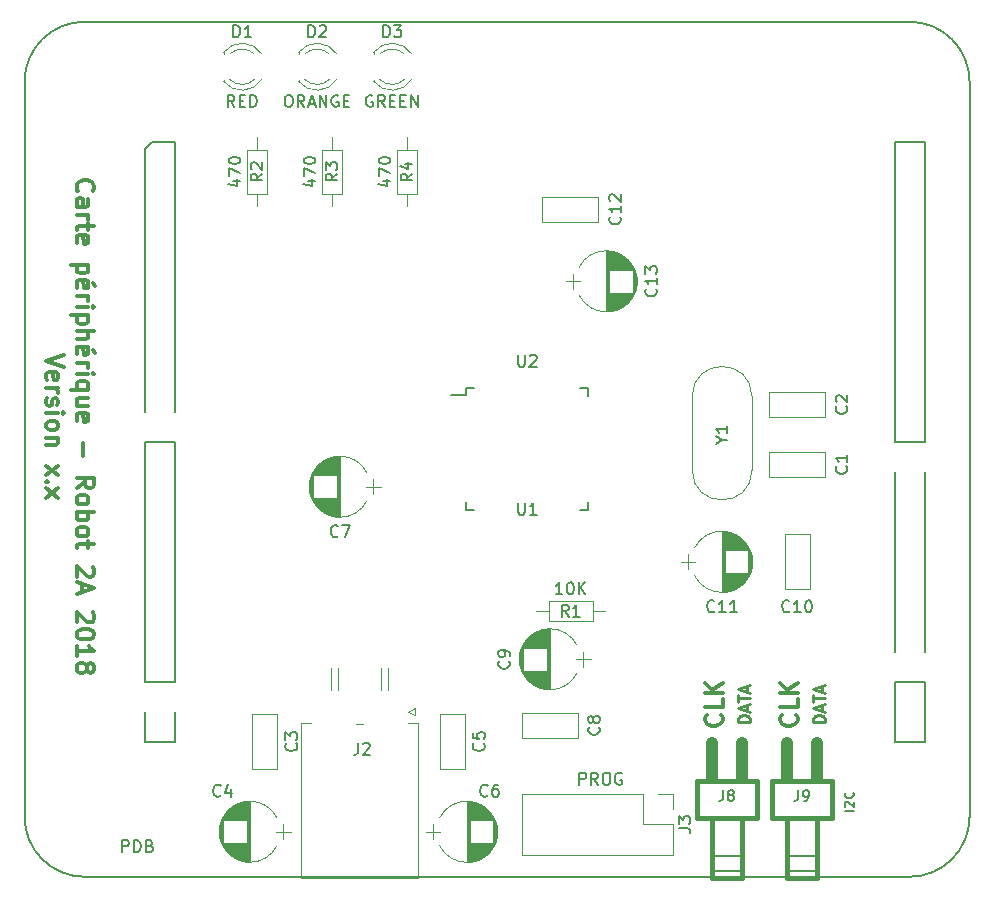
<source format=gbr>
G04 #@! TF.FileFunction,Legend,Top*
%FSLAX46Y46*%
G04 Gerber Fmt 4.6, Leading zero omitted, Abs format (unit mm)*
G04 Created by KiCad (PCBNEW 4.0.7) date Wed Apr 18 20:42:22 2018*
%MOMM*%
%LPD*%
G01*
G04 APERTURE LIST*
%ADD10C,0.100000*%
%ADD11C,0.250000*%
%ADD12C,0.300000*%
%ADD13C,0.150000*%
%ADD14C,0.120000*%
%ADD15C,0.381000*%
%ADD16C,1.016000*%
%ADD17C,0.127000*%
%ADD18C,0.203200*%
%ADD19C,0.152400*%
G04 APERTURE END LIST*
D10*
D11*
X96972381Y-82780000D02*
X95972381Y-82780000D01*
X95972381Y-82541905D01*
X96020000Y-82399047D01*
X96115238Y-82303809D01*
X96210476Y-82256190D01*
X96400952Y-82208571D01*
X96543810Y-82208571D01*
X96734286Y-82256190D01*
X96829524Y-82303809D01*
X96924762Y-82399047D01*
X96972381Y-82541905D01*
X96972381Y-82780000D01*
X96686667Y-81827619D02*
X96686667Y-81351428D01*
X96972381Y-81922857D02*
X95972381Y-81589524D01*
X96972381Y-81256190D01*
X95972381Y-81065714D02*
X95972381Y-80494285D01*
X96972381Y-80780000D02*
X95972381Y-80780000D01*
X96686667Y-80208571D02*
X96686667Y-79732380D01*
X96972381Y-80303809D02*
X95972381Y-79970476D01*
X96972381Y-79637142D01*
X103322381Y-82780000D02*
X102322381Y-82780000D01*
X102322381Y-82541905D01*
X102370000Y-82399047D01*
X102465238Y-82303809D01*
X102560476Y-82256190D01*
X102750952Y-82208571D01*
X102893810Y-82208571D01*
X103084286Y-82256190D01*
X103179524Y-82303809D01*
X103274762Y-82399047D01*
X103322381Y-82541905D01*
X103322381Y-82780000D01*
X103036667Y-81827619D02*
X103036667Y-81351428D01*
X103322381Y-81922857D02*
X102322381Y-81589524D01*
X103322381Y-81256190D01*
X102322381Y-81065714D02*
X102322381Y-80494285D01*
X103322381Y-80780000D02*
X102322381Y-80780000D01*
X103036667Y-80208571D02*
X103036667Y-79732380D01*
X103322381Y-80303809D02*
X102322381Y-79970476D01*
X103322381Y-79637142D01*
D12*
X100865714Y-82172857D02*
X100937143Y-82244286D01*
X101008571Y-82458572D01*
X101008571Y-82601429D01*
X100937143Y-82815714D01*
X100794286Y-82958572D01*
X100651429Y-83030000D01*
X100365714Y-83101429D01*
X100151429Y-83101429D01*
X99865714Y-83030000D01*
X99722857Y-82958572D01*
X99580000Y-82815714D01*
X99508571Y-82601429D01*
X99508571Y-82458572D01*
X99580000Y-82244286D01*
X99651429Y-82172857D01*
X101008571Y-80815714D02*
X101008571Y-81530000D01*
X99508571Y-81530000D01*
X101008571Y-80315714D02*
X99508571Y-80315714D01*
X101008571Y-79458571D02*
X100151429Y-80101428D01*
X99508571Y-79458571D02*
X100365714Y-80315714D01*
X94515714Y-82172857D02*
X94587143Y-82244286D01*
X94658571Y-82458572D01*
X94658571Y-82601429D01*
X94587143Y-82815714D01*
X94444286Y-82958572D01*
X94301429Y-83030000D01*
X94015714Y-83101429D01*
X93801429Y-83101429D01*
X93515714Y-83030000D01*
X93372857Y-82958572D01*
X93230000Y-82815714D01*
X93158571Y-82601429D01*
X93158571Y-82458572D01*
X93230000Y-82244286D01*
X93301429Y-82172857D01*
X94658571Y-80815714D02*
X94658571Y-81530000D01*
X93158571Y-81530000D01*
X94658571Y-80315714D02*
X93158571Y-80315714D01*
X94658571Y-79458571D02*
X93801429Y-80101428D01*
X93158571Y-79458571D02*
X94015714Y-80315714D01*
X40109286Y-37856431D02*
X40037857Y-37785002D01*
X39966429Y-37570716D01*
X39966429Y-37427859D01*
X40037857Y-37213574D01*
X40180714Y-37070716D01*
X40323571Y-36999288D01*
X40609286Y-36927859D01*
X40823571Y-36927859D01*
X41109286Y-36999288D01*
X41252143Y-37070716D01*
X41395000Y-37213574D01*
X41466429Y-37427859D01*
X41466429Y-37570716D01*
X41395000Y-37785002D01*
X41323571Y-37856431D01*
X39966429Y-39142145D02*
X40752143Y-39142145D01*
X40895000Y-39070716D01*
X40966429Y-38927859D01*
X40966429Y-38642145D01*
X40895000Y-38499288D01*
X40037857Y-39142145D02*
X39966429Y-38999288D01*
X39966429Y-38642145D01*
X40037857Y-38499288D01*
X40180714Y-38427859D01*
X40323571Y-38427859D01*
X40466429Y-38499288D01*
X40537857Y-38642145D01*
X40537857Y-38999288D01*
X40609286Y-39142145D01*
X39966429Y-39856431D02*
X40966429Y-39856431D01*
X40680714Y-39856431D02*
X40823571Y-39927859D01*
X40895000Y-39999288D01*
X40966429Y-40142145D01*
X40966429Y-40285002D01*
X40966429Y-40570716D02*
X40966429Y-41142145D01*
X41466429Y-40785002D02*
X40180714Y-40785002D01*
X40037857Y-40856430D01*
X39966429Y-40999288D01*
X39966429Y-41142145D01*
X40037857Y-42213573D02*
X39966429Y-42070716D01*
X39966429Y-41785002D01*
X40037857Y-41642145D01*
X40180714Y-41570716D01*
X40752143Y-41570716D01*
X40895000Y-41642145D01*
X40966429Y-41785002D01*
X40966429Y-42070716D01*
X40895000Y-42213573D01*
X40752143Y-42285002D01*
X40609286Y-42285002D01*
X40466429Y-41570716D01*
X40966429Y-44070716D02*
X39466429Y-44070716D01*
X40895000Y-44070716D02*
X40966429Y-44213573D01*
X40966429Y-44499287D01*
X40895000Y-44642144D01*
X40823571Y-44713573D01*
X40680714Y-44785002D01*
X40252143Y-44785002D01*
X40109286Y-44713573D01*
X40037857Y-44642144D01*
X39966429Y-44499287D01*
X39966429Y-44213573D01*
X40037857Y-44070716D01*
X40037857Y-45999287D02*
X39966429Y-45856430D01*
X39966429Y-45570716D01*
X40037857Y-45427859D01*
X40180714Y-45356430D01*
X40752143Y-45356430D01*
X40895000Y-45427859D01*
X40966429Y-45570716D01*
X40966429Y-45856430D01*
X40895000Y-45999287D01*
X40752143Y-46070716D01*
X40609286Y-46070716D01*
X40466429Y-45356430D01*
X41537857Y-45856430D02*
X41323571Y-45642145D01*
X39966429Y-46713573D02*
X40966429Y-46713573D01*
X40680714Y-46713573D02*
X40823571Y-46785001D01*
X40895000Y-46856430D01*
X40966429Y-46999287D01*
X40966429Y-47142144D01*
X39966429Y-47642144D02*
X40966429Y-47642144D01*
X41466429Y-47642144D02*
X41395000Y-47570715D01*
X41323571Y-47642144D01*
X41395000Y-47713572D01*
X41466429Y-47642144D01*
X41323571Y-47642144D01*
X40966429Y-48356430D02*
X39466429Y-48356430D01*
X40895000Y-48356430D02*
X40966429Y-48499287D01*
X40966429Y-48785001D01*
X40895000Y-48927858D01*
X40823571Y-48999287D01*
X40680714Y-49070716D01*
X40252143Y-49070716D01*
X40109286Y-48999287D01*
X40037857Y-48927858D01*
X39966429Y-48785001D01*
X39966429Y-48499287D01*
X40037857Y-48356430D01*
X39966429Y-49713573D02*
X41466429Y-49713573D01*
X39966429Y-50356430D02*
X40752143Y-50356430D01*
X40895000Y-50285001D01*
X40966429Y-50142144D01*
X40966429Y-49927859D01*
X40895000Y-49785001D01*
X40823571Y-49713573D01*
X40037857Y-51642144D02*
X39966429Y-51499287D01*
X39966429Y-51213573D01*
X40037857Y-51070716D01*
X40180714Y-50999287D01*
X40752143Y-50999287D01*
X40895000Y-51070716D01*
X40966429Y-51213573D01*
X40966429Y-51499287D01*
X40895000Y-51642144D01*
X40752143Y-51713573D01*
X40609286Y-51713573D01*
X40466429Y-50999287D01*
X41537857Y-51499287D02*
X41323571Y-51285002D01*
X39966429Y-52356430D02*
X40966429Y-52356430D01*
X40680714Y-52356430D02*
X40823571Y-52427858D01*
X40895000Y-52499287D01*
X40966429Y-52642144D01*
X40966429Y-52785001D01*
X39966429Y-53285001D02*
X40966429Y-53285001D01*
X41466429Y-53285001D02*
X41395000Y-53213572D01*
X41323571Y-53285001D01*
X41395000Y-53356429D01*
X41466429Y-53285001D01*
X41323571Y-53285001D01*
X40966429Y-54642144D02*
X39466429Y-54642144D01*
X40037857Y-54642144D02*
X39966429Y-54499287D01*
X39966429Y-54213573D01*
X40037857Y-54070715D01*
X40109286Y-53999287D01*
X40252143Y-53927858D01*
X40680714Y-53927858D01*
X40823571Y-53999287D01*
X40895000Y-54070715D01*
X40966429Y-54213573D01*
X40966429Y-54499287D01*
X40895000Y-54642144D01*
X40966429Y-55999287D02*
X39966429Y-55999287D01*
X40966429Y-55356430D02*
X40180714Y-55356430D01*
X40037857Y-55427858D01*
X39966429Y-55570716D01*
X39966429Y-55785001D01*
X40037857Y-55927858D01*
X40109286Y-55999287D01*
X40037857Y-57285001D02*
X39966429Y-57142144D01*
X39966429Y-56856430D01*
X40037857Y-56713573D01*
X40180714Y-56642144D01*
X40752143Y-56642144D01*
X40895000Y-56713573D01*
X40966429Y-56856430D01*
X40966429Y-57142144D01*
X40895000Y-57285001D01*
X40752143Y-57356430D01*
X40609286Y-57356430D01*
X40466429Y-56642144D01*
X40537857Y-59142144D02*
X40537857Y-60285001D01*
X39966429Y-62999287D02*
X40680714Y-62499287D01*
X39966429Y-62142144D02*
X41466429Y-62142144D01*
X41466429Y-62713572D01*
X41395000Y-62856430D01*
X41323571Y-62927858D01*
X41180714Y-62999287D01*
X40966429Y-62999287D01*
X40823571Y-62927858D01*
X40752143Y-62856430D01*
X40680714Y-62713572D01*
X40680714Y-62142144D01*
X39966429Y-63856430D02*
X40037857Y-63713572D01*
X40109286Y-63642144D01*
X40252143Y-63570715D01*
X40680714Y-63570715D01*
X40823571Y-63642144D01*
X40895000Y-63713572D01*
X40966429Y-63856430D01*
X40966429Y-64070715D01*
X40895000Y-64213572D01*
X40823571Y-64285001D01*
X40680714Y-64356430D01*
X40252143Y-64356430D01*
X40109286Y-64285001D01*
X40037857Y-64213572D01*
X39966429Y-64070715D01*
X39966429Y-63856430D01*
X39966429Y-64999287D02*
X41466429Y-64999287D01*
X40895000Y-64999287D02*
X40966429Y-65142144D01*
X40966429Y-65427858D01*
X40895000Y-65570715D01*
X40823571Y-65642144D01*
X40680714Y-65713573D01*
X40252143Y-65713573D01*
X40109286Y-65642144D01*
X40037857Y-65570715D01*
X39966429Y-65427858D01*
X39966429Y-65142144D01*
X40037857Y-64999287D01*
X39966429Y-66570716D02*
X40037857Y-66427858D01*
X40109286Y-66356430D01*
X40252143Y-66285001D01*
X40680714Y-66285001D01*
X40823571Y-66356430D01*
X40895000Y-66427858D01*
X40966429Y-66570716D01*
X40966429Y-66785001D01*
X40895000Y-66927858D01*
X40823571Y-66999287D01*
X40680714Y-67070716D01*
X40252143Y-67070716D01*
X40109286Y-66999287D01*
X40037857Y-66927858D01*
X39966429Y-66785001D01*
X39966429Y-66570716D01*
X40966429Y-67499287D02*
X40966429Y-68070716D01*
X41466429Y-67713573D02*
X40180714Y-67713573D01*
X40037857Y-67785001D01*
X39966429Y-67927859D01*
X39966429Y-68070716D01*
X41323571Y-69642144D02*
X41395000Y-69713573D01*
X41466429Y-69856430D01*
X41466429Y-70213573D01*
X41395000Y-70356430D01*
X41323571Y-70427859D01*
X41180714Y-70499287D01*
X41037857Y-70499287D01*
X40823571Y-70427859D01*
X39966429Y-69570716D01*
X39966429Y-70499287D01*
X40395000Y-71070715D02*
X40395000Y-71785001D01*
X39966429Y-70927858D02*
X41466429Y-71427858D01*
X39966429Y-71927858D01*
X41323571Y-73499286D02*
X41395000Y-73570715D01*
X41466429Y-73713572D01*
X41466429Y-74070715D01*
X41395000Y-74213572D01*
X41323571Y-74285001D01*
X41180714Y-74356429D01*
X41037857Y-74356429D01*
X40823571Y-74285001D01*
X39966429Y-73427858D01*
X39966429Y-74356429D01*
X41466429Y-75285000D02*
X41466429Y-75427857D01*
X41395000Y-75570714D01*
X41323571Y-75642143D01*
X41180714Y-75713572D01*
X40895000Y-75785000D01*
X40537857Y-75785000D01*
X40252143Y-75713572D01*
X40109286Y-75642143D01*
X40037857Y-75570714D01*
X39966429Y-75427857D01*
X39966429Y-75285000D01*
X40037857Y-75142143D01*
X40109286Y-75070714D01*
X40252143Y-74999286D01*
X40537857Y-74927857D01*
X40895000Y-74927857D01*
X41180714Y-74999286D01*
X41323571Y-75070714D01*
X41395000Y-75142143D01*
X41466429Y-75285000D01*
X39966429Y-77213571D02*
X39966429Y-76356428D01*
X39966429Y-76785000D02*
X41466429Y-76785000D01*
X41252143Y-76642143D01*
X41109286Y-76499285D01*
X41037857Y-76356428D01*
X40823571Y-78070714D02*
X40895000Y-77927856D01*
X40966429Y-77856428D01*
X41109286Y-77784999D01*
X41180714Y-77784999D01*
X41323571Y-77856428D01*
X41395000Y-77927856D01*
X41466429Y-78070714D01*
X41466429Y-78356428D01*
X41395000Y-78499285D01*
X41323571Y-78570714D01*
X41180714Y-78642142D01*
X41109286Y-78642142D01*
X40966429Y-78570714D01*
X40895000Y-78499285D01*
X40823571Y-78356428D01*
X40823571Y-78070714D01*
X40752143Y-77927856D01*
X40680714Y-77856428D01*
X40537857Y-77784999D01*
X40252143Y-77784999D01*
X40109286Y-77856428D01*
X40037857Y-77927856D01*
X39966429Y-78070714D01*
X39966429Y-78356428D01*
X40037857Y-78499285D01*
X40109286Y-78570714D01*
X40252143Y-78642142D01*
X40537857Y-78642142D01*
X40680714Y-78570714D01*
X40752143Y-78499285D01*
X40823571Y-78356428D01*
X38916429Y-51713571D02*
X37416429Y-52213571D01*
X38916429Y-52713571D01*
X37487857Y-53784999D02*
X37416429Y-53642142D01*
X37416429Y-53356428D01*
X37487857Y-53213571D01*
X37630714Y-53142142D01*
X38202143Y-53142142D01*
X38345000Y-53213571D01*
X38416429Y-53356428D01*
X38416429Y-53642142D01*
X38345000Y-53784999D01*
X38202143Y-53856428D01*
X38059286Y-53856428D01*
X37916429Y-53142142D01*
X37416429Y-54499285D02*
X38416429Y-54499285D01*
X38130714Y-54499285D02*
X38273571Y-54570713D01*
X38345000Y-54642142D01*
X38416429Y-54784999D01*
X38416429Y-54927856D01*
X37487857Y-55356427D02*
X37416429Y-55499284D01*
X37416429Y-55784999D01*
X37487857Y-55927856D01*
X37630714Y-55999284D01*
X37702143Y-55999284D01*
X37845000Y-55927856D01*
X37916429Y-55784999D01*
X37916429Y-55570713D01*
X37987857Y-55427856D01*
X38130714Y-55356427D01*
X38202143Y-55356427D01*
X38345000Y-55427856D01*
X38416429Y-55570713D01*
X38416429Y-55784999D01*
X38345000Y-55927856D01*
X37416429Y-56642142D02*
X38416429Y-56642142D01*
X38916429Y-56642142D02*
X38845000Y-56570713D01*
X38773571Y-56642142D01*
X38845000Y-56713570D01*
X38916429Y-56642142D01*
X38773571Y-56642142D01*
X37416429Y-57570714D02*
X37487857Y-57427856D01*
X37559286Y-57356428D01*
X37702143Y-57284999D01*
X38130714Y-57284999D01*
X38273571Y-57356428D01*
X38345000Y-57427856D01*
X38416429Y-57570714D01*
X38416429Y-57784999D01*
X38345000Y-57927856D01*
X38273571Y-57999285D01*
X38130714Y-58070714D01*
X37702143Y-58070714D01*
X37559286Y-57999285D01*
X37487857Y-57927856D01*
X37416429Y-57784999D01*
X37416429Y-57570714D01*
X38416429Y-58713571D02*
X37416429Y-58713571D01*
X38273571Y-58713571D02*
X38345000Y-58784999D01*
X38416429Y-58927857D01*
X38416429Y-59142142D01*
X38345000Y-59284999D01*
X38202143Y-59356428D01*
X37416429Y-59356428D01*
X37416429Y-61070714D02*
X38416429Y-61856428D01*
X38416429Y-61070714D02*
X37416429Y-61856428D01*
X37559286Y-62427857D02*
X37487857Y-62499285D01*
X37416429Y-62427857D01*
X37487857Y-62356428D01*
X37559286Y-62427857D01*
X37416429Y-62427857D01*
X37416429Y-62999286D02*
X38416429Y-63785000D01*
X38416429Y-62999286D02*
X37416429Y-63785000D01*
D13*
X72930000Y-54515000D02*
X72930000Y-55090000D01*
X83280000Y-54515000D02*
X83280000Y-55190000D01*
X83280000Y-64865000D02*
X83280000Y-64190000D01*
X72930000Y-64865000D02*
X72930000Y-64190000D01*
X72930000Y-54515000D02*
X73605000Y-54515000D01*
X72930000Y-64865000D02*
X73605000Y-64865000D01*
X83280000Y-64865000D02*
X82605000Y-64865000D01*
X83280000Y-54515000D02*
X82605000Y-54515000D01*
X72930000Y-55090000D02*
X71655000Y-55090000D01*
D14*
X55647335Y-26226392D02*
G75*
G03X52415000Y-26069484I-1672335J-1078608D01*
G01*
X55647335Y-28383608D02*
G75*
G02X52415000Y-28540516I-1672335J1078608D01*
G01*
X55016130Y-26225163D02*
G75*
G03X52934039Y-26225000I-1041130J-1079837D01*
G01*
X55016130Y-28384837D02*
G75*
G02X52934039Y-28385000I-1041130J1079837D01*
G01*
X52415000Y-26069000D02*
X52415000Y-26225000D01*
X52415000Y-28385000D02*
X52415000Y-28541000D01*
X61997335Y-26226392D02*
G75*
G03X58765000Y-26069484I-1672335J-1078608D01*
G01*
X61997335Y-28383608D02*
G75*
G02X58765000Y-28540516I-1672335J1078608D01*
G01*
X61366130Y-26225163D02*
G75*
G03X59284039Y-26225000I-1041130J-1079837D01*
G01*
X61366130Y-28384837D02*
G75*
G02X59284039Y-28385000I-1041130J1079837D01*
G01*
X58765000Y-26069000D02*
X58765000Y-26225000D01*
X58765000Y-28385000D02*
X58765000Y-28541000D01*
X68347335Y-26226392D02*
G75*
G03X65115000Y-26069484I-1672335J-1078608D01*
G01*
X68347335Y-28383608D02*
G75*
G02X65115000Y-28540516I-1672335J1078608D01*
G01*
X67716130Y-26225163D02*
G75*
G03X65634039Y-26225000I-1041130J-1079837D01*
G01*
X67716130Y-28384837D02*
G75*
G02X65634039Y-28385000I-1041130J1079837D01*
G01*
X65115000Y-26069000D02*
X65115000Y-26225000D01*
X65115000Y-28385000D02*
X65115000Y-28541000D01*
X68040000Y-82865000D02*
X68890000Y-82865000D01*
X68890000Y-82865000D02*
X68890000Y-95965000D01*
X68890000Y-95965000D02*
X63940000Y-95965000D01*
X59840000Y-82865000D02*
X58990000Y-82865000D01*
X58990000Y-82865000D02*
X58990000Y-95965000D01*
X58990000Y-95965000D02*
X63940000Y-95965000D01*
X66340000Y-80115000D02*
X66340000Y-78215000D01*
X65740000Y-80115000D02*
X65740000Y-78215000D01*
X62140000Y-80115000D02*
X62140000Y-78215000D01*
X61540000Y-80115000D02*
X61540000Y-78215000D01*
X64240000Y-82915000D02*
X63640000Y-82915000D01*
X68040000Y-81915000D02*
X68640000Y-81615000D01*
X68640000Y-81615000D02*
X68640000Y-82215000D01*
X68640000Y-82215000D02*
X68040000Y-81915000D01*
X77664000Y-88840000D02*
X77664000Y-94040000D01*
X87884000Y-88840000D02*
X77664000Y-88840000D01*
X90484000Y-94040000D02*
X77664000Y-94040000D01*
X87884000Y-88840000D02*
X87884000Y-91440000D01*
X87884000Y-91440000D02*
X90484000Y-91440000D01*
X90484000Y-91440000D02*
X90484000Y-94040000D01*
X89154000Y-88840000D02*
X90484000Y-88840000D01*
X90484000Y-88840000D02*
X90484000Y-90170000D01*
D15*
X95948500Y-87122000D02*
X95948500Y-87566500D01*
X95948500Y-87566500D02*
X96583500Y-87566500D01*
X96583500Y-87566500D02*
X96583500Y-87185500D01*
X93408500Y-87122000D02*
X93408500Y-87566500D01*
X93408500Y-87566500D02*
X94043500Y-87566500D01*
X94043500Y-87566500D02*
X94043500Y-87122000D01*
D16*
X96266000Y-84582000D02*
X96266000Y-87122000D01*
X93726000Y-84582000D02*
X93726000Y-87122000D01*
D17*
X93726000Y-94107000D02*
X96266000Y-94107000D01*
X93726000Y-95377000D02*
X96266000Y-95377000D01*
D15*
X93726000Y-90932000D02*
X93726000Y-96012000D01*
X93726000Y-96012000D02*
X96266000Y-96012000D01*
X96266000Y-96012000D02*
X96266000Y-90932000D01*
X92456000Y-87757000D02*
X92456000Y-90932000D01*
X92456000Y-90932000D02*
X97536000Y-90932000D01*
X97536000Y-90932000D02*
X97536000Y-87757000D01*
X92456000Y-87757000D02*
X97536000Y-87757000D01*
X102298500Y-87122000D02*
X102298500Y-87566500D01*
X102298500Y-87566500D02*
X102933500Y-87566500D01*
X102933500Y-87566500D02*
X102933500Y-87185500D01*
X99758500Y-87122000D02*
X99758500Y-87566500D01*
X99758500Y-87566500D02*
X100393500Y-87566500D01*
X100393500Y-87566500D02*
X100393500Y-87122000D01*
D16*
X102616000Y-84582000D02*
X102616000Y-87122000D01*
X100076000Y-84582000D02*
X100076000Y-87122000D01*
D17*
X100076000Y-94107000D02*
X102616000Y-94107000D01*
X100076000Y-95377000D02*
X102616000Y-95377000D01*
D15*
X100076000Y-90932000D02*
X100076000Y-96012000D01*
X100076000Y-96012000D02*
X102616000Y-96012000D01*
X102616000Y-96012000D02*
X102616000Y-90932000D01*
X98806000Y-87757000D02*
X98806000Y-90932000D01*
X98806000Y-90932000D02*
X103886000Y-90932000D01*
X103886000Y-90932000D02*
X103886000Y-87757000D01*
X98806000Y-87757000D02*
X103886000Y-87757000D01*
D14*
X79928000Y-72546000D02*
X79928000Y-74266000D01*
X79928000Y-74266000D02*
X83648000Y-74266000D01*
X83648000Y-74266000D02*
X83648000Y-72546000D01*
X83648000Y-72546000D02*
X79928000Y-72546000D01*
X78858000Y-73406000D02*
X79928000Y-73406000D01*
X84718000Y-73406000D02*
X83648000Y-73406000D01*
X56105000Y-34335000D02*
X54385000Y-34335000D01*
X54385000Y-34335000D02*
X54385000Y-38055000D01*
X54385000Y-38055000D02*
X56105000Y-38055000D01*
X56105000Y-38055000D02*
X56105000Y-34335000D01*
X55245000Y-33265000D02*
X55245000Y-34335000D01*
X55245000Y-39125000D02*
X55245000Y-38055000D01*
X62455000Y-34335000D02*
X60735000Y-34335000D01*
X60735000Y-34335000D02*
X60735000Y-38055000D01*
X60735000Y-38055000D02*
X62455000Y-38055000D01*
X62455000Y-38055000D02*
X62455000Y-34335000D01*
X61595000Y-33265000D02*
X61595000Y-34335000D01*
X61595000Y-39125000D02*
X61595000Y-38055000D01*
X68805000Y-34335000D02*
X67085000Y-34335000D01*
X67085000Y-34335000D02*
X67085000Y-38055000D01*
X67085000Y-38055000D02*
X68805000Y-38055000D01*
X68805000Y-38055000D02*
X68805000Y-34335000D01*
X67945000Y-33265000D02*
X67945000Y-34335000D01*
X67945000Y-39125000D02*
X67945000Y-38055000D01*
X97140000Y-55205000D02*
X97140000Y-61455000D01*
X92090000Y-55205000D02*
X92090000Y-61455000D01*
X92090000Y-55205000D02*
G75*
G02X97140000Y-55205000I2525000J0D01*
G01*
X92090000Y-61455000D02*
G75*
G03X97140000Y-61455000I2525000J0D01*
G01*
X98585000Y-59900000D02*
X103305000Y-59900000D01*
X98585000Y-62020000D02*
X103305000Y-62020000D01*
X98585000Y-59900000D02*
X98585000Y-62020000D01*
X103305000Y-59900000D02*
X103305000Y-62020000D01*
X98585000Y-54820000D02*
X103305000Y-54820000D01*
X98585000Y-56940000D02*
X103305000Y-56940000D01*
X98585000Y-54820000D02*
X98585000Y-56940000D01*
X103305000Y-54820000D02*
X103305000Y-56940000D01*
X56940000Y-82075000D02*
X56940000Y-86795000D01*
X54820000Y-82075000D02*
X54820000Y-86795000D01*
X56940000Y-82075000D02*
X54820000Y-82075000D01*
X56940000Y-86795000D02*
X54820000Y-86795000D01*
X52324278Y-93254723D02*
G75*
G03X56935580Y-93255000I2305722J1179723D01*
G01*
X52324278Y-90895277D02*
G75*
G02X56935580Y-90895000I2305722J-1179723D01*
G01*
X52324278Y-90895277D02*
G75*
G03X52324420Y-93255000I2305722J-1179723D01*
G01*
X54630000Y-94625000D02*
X54630000Y-89525000D01*
X54590000Y-94625000D02*
X54590000Y-89525000D01*
X54550000Y-94624000D02*
X54550000Y-89526000D01*
X54510000Y-94623000D02*
X54510000Y-89527000D01*
X54470000Y-94621000D02*
X54470000Y-89529000D01*
X54430000Y-94618000D02*
X54430000Y-89532000D01*
X54390000Y-94614000D02*
X54390000Y-89536000D01*
X54350000Y-94610000D02*
X54350000Y-93055000D01*
X54350000Y-91095000D02*
X54350000Y-89540000D01*
X54310000Y-94606000D02*
X54310000Y-93055000D01*
X54310000Y-91095000D02*
X54310000Y-89544000D01*
X54270000Y-94600000D02*
X54270000Y-93055000D01*
X54270000Y-91095000D02*
X54270000Y-89550000D01*
X54230000Y-94594000D02*
X54230000Y-93055000D01*
X54230000Y-91095000D02*
X54230000Y-89556000D01*
X54190000Y-94588000D02*
X54190000Y-93055000D01*
X54190000Y-91095000D02*
X54190000Y-89562000D01*
X54150000Y-94581000D02*
X54150000Y-93055000D01*
X54150000Y-91095000D02*
X54150000Y-89569000D01*
X54110000Y-94573000D02*
X54110000Y-93055000D01*
X54110000Y-91095000D02*
X54110000Y-89577000D01*
X54070000Y-94564000D02*
X54070000Y-93055000D01*
X54070000Y-91095000D02*
X54070000Y-89586000D01*
X54030000Y-94555000D02*
X54030000Y-93055000D01*
X54030000Y-91095000D02*
X54030000Y-89595000D01*
X53990000Y-94545000D02*
X53990000Y-93055000D01*
X53990000Y-91095000D02*
X53990000Y-89605000D01*
X53950000Y-94535000D02*
X53950000Y-93055000D01*
X53950000Y-91095000D02*
X53950000Y-89615000D01*
X53909000Y-94523000D02*
X53909000Y-93055000D01*
X53909000Y-91095000D02*
X53909000Y-89627000D01*
X53869000Y-94511000D02*
X53869000Y-93055000D01*
X53869000Y-91095000D02*
X53869000Y-89639000D01*
X53829000Y-94499000D02*
X53829000Y-93055000D01*
X53829000Y-91095000D02*
X53829000Y-89651000D01*
X53789000Y-94485000D02*
X53789000Y-93055000D01*
X53789000Y-91095000D02*
X53789000Y-89665000D01*
X53749000Y-94471000D02*
X53749000Y-93055000D01*
X53749000Y-91095000D02*
X53749000Y-89679000D01*
X53709000Y-94457000D02*
X53709000Y-93055000D01*
X53709000Y-91095000D02*
X53709000Y-89693000D01*
X53669000Y-94441000D02*
X53669000Y-93055000D01*
X53669000Y-91095000D02*
X53669000Y-89709000D01*
X53629000Y-94425000D02*
X53629000Y-93055000D01*
X53629000Y-91095000D02*
X53629000Y-89725000D01*
X53589000Y-94408000D02*
X53589000Y-93055000D01*
X53589000Y-91095000D02*
X53589000Y-89742000D01*
X53549000Y-94390000D02*
X53549000Y-93055000D01*
X53549000Y-91095000D02*
X53549000Y-89760000D01*
X53509000Y-94371000D02*
X53509000Y-93055000D01*
X53509000Y-91095000D02*
X53509000Y-89779000D01*
X53469000Y-94351000D02*
X53469000Y-93055000D01*
X53469000Y-91095000D02*
X53469000Y-89799000D01*
X53429000Y-94331000D02*
X53429000Y-93055000D01*
X53429000Y-91095000D02*
X53429000Y-89819000D01*
X53389000Y-94309000D02*
X53389000Y-93055000D01*
X53389000Y-91095000D02*
X53389000Y-89841000D01*
X53349000Y-94287000D02*
X53349000Y-93055000D01*
X53349000Y-91095000D02*
X53349000Y-89863000D01*
X53309000Y-94264000D02*
X53309000Y-93055000D01*
X53309000Y-91095000D02*
X53309000Y-89886000D01*
X53269000Y-94240000D02*
X53269000Y-93055000D01*
X53269000Y-91095000D02*
X53269000Y-89910000D01*
X53229000Y-94215000D02*
X53229000Y-93055000D01*
X53229000Y-91095000D02*
X53229000Y-89935000D01*
X53189000Y-94188000D02*
X53189000Y-93055000D01*
X53189000Y-91095000D02*
X53189000Y-89962000D01*
X53149000Y-94161000D02*
X53149000Y-93055000D01*
X53149000Y-91095000D02*
X53149000Y-89989000D01*
X53109000Y-94133000D02*
X53109000Y-93055000D01*
X53109000Y-91095000D02*
X53109000Y-90017000D01*
X53069000Y-94103000D02*
X53069000Y-93055000D01*
X53069000Y-91095000D02*
X53069000Y-90047000D01*
X53029000Y-94072000D02*
X53029000Y-93055000D01*
X53029000Y-91095000D02*
X53029000Y-90078000D01*
X52989000Y-94040000D02*
X52989000Y-93055000D01*
X52989000Y-91095000D02*
X52989000Y-90110000D01*
X52949000Y-94007000D02*
X52949000Y-93055000D01*
X52949000Y-91095000D02*
X52949000Y-90143000D01*
X52909000Y-93972000D02*
X52909000Y-93055000D01*
X52909000Y-91095000D02*
X52909000Y-90178000D01*
X52869000Y-93936000D02*
X52869000Y-93055000D01*
X52869000Y-91095000D02*
X52869000Y-90214000D01*
X52829000Y-93898000D02*
X52829000Y-93055000D01*
X52829000Y-91095000D02*
X52829000Y-90252000D01*
X52789000Y-93858000D02*
X52789000Y-93055000D01*
X52789000Y-91095000D02*
X52789000Y-90292000D01*
X52749000Y-93817000D02*
X52749000Y-93055000D01*
X52749000Y-91095000D02*
X52749000Y-90333000D01*
X52709000Y-93774000D02*
X52709000Y-93055000D01*
X52709000Y-91095000D02*
X52709000Y-90376000D01*
X52669000Y-93729000D02*
X52669000Y-93055000D01*
X52669000Y-91095000D02*
X52669000Y-90421000D01*
X52629000Y-93681000D02*
X52629000Y-93055000D01*
X52629000Y-91095000D02*
X52629000Y-90469000D01*
X52589000Y-93631000D02*
X52589000Y-93055000D01*
X52589000Y-91095000D02*
X52589000Y-90519000D01*
X52549000Y-93579000D02*
X52549000Y-93055000D01*
X52549000Y-91095000D02*
X52549000Y-90571000D01*
X52509000Y-93523000D02*
X52509000Y-93055000D01*
X52509000Y-91095000D02*
X52509000Y-90627000D01*
X52469000Y-93465000D02*
X52469000Y-93055000D01*
X52469000Y-91095000D02*
X52469000Y-90685000D01*
X52429000Y-93402000D02*
X52429000Y-93055000D01*
X52429000Y-91095000D02*
X52429000Y-90748000D01*
X52389000Y-93336000D02*
X52389000Y-90814000D01*
X52349000Y-93264000D02*
X52349000Y-90886000D01*
X52309000Y-93187000D02*
X52309000Y-90963000D01*
X52269000Y-93103000D02*
X52269000Y-91047000D01*
X52229000Y-93009000D02*
X52229000Y-91141000D01*
X52189000Y-92904000D02*
X52189000Y-91246000D01*
X52149000Y-92782000D02*
X52149000Y-91368000D01*
X52109000Y-92634000D02*
X52109000Y-91516000D01*
X52069000Y-92429000D02*
X52069000Y-91721000D01*
X58080000Y-92075000D02*
X56880000Y-92075000D01*
X57480000Y-92725000D02*
X57480000Y-91425000D01*
X72815000Y-82075000D02*
X72815000Y-86795000D01*
X70695000Y-82075000D02*
X70695000Y-86795000D01*
X72815000Y-82075000D02*
X70695000Y-82075000D01*
X72815000Y-86795000D02*
X70695000Y-86795000D01*
X75310722Y-90895277D02*
G75*
G03X70699420Y-90895000I-2305722J-1179723D01*
G01*
X75310722Y-93254723D02*
G75*
G02X70699420Y-93255000I-2305722J1179723D01*
G01*
X75310722Y-93254723D02*
G75*
G03X75310580Y-90895000I-2305722J1179723D01*
G01*
X73005000Y-89525000D02*
X73005000Y-94625000D01*
X73045000Y-89525000D02*
X73045000Y-94625000D01*
X73085000Y-89526000D02*
X73085000Y-94624000D01*
X73125000Y-89527000D02*
X73125000Y-94623000D01*
X73165000Y-89529000D02*
X73165000Y-94621000D01*
X73205000Y-89532000D02*
X73205000Y-94618000D01*
X73245000Y-89536000D02*
X73245000Y-94614000D01*
X73285000Y-89540000D02*
X73285000Y-91095000D01*
X73285000Y-93055000D02*
X73285000Y-94610000D01*
X73325000Y-89544000D02*
X73325000Y-91095000D01*
X73325000Y-93055000D02*
X73325000Y-94606000D01*
X73365000Y-89550000D02*
X73365000Y-91095000D01*
X73365000Y-93055000D02*
X73365000Y-94600000D01*
X73405000Y-89556000D02*
X73405000Y-91095000D01*
X73405000Y-93055000D02*
X73405000Y-94594000D01*
X73445000Y-89562000D02*
X73445000Y-91095000D01*
X73445000Y-93055000D02*
X73445000Y-94588000D01*
X73485000Y-89569000D02*
X73485000Y-91095000D01*
X73485000Y-93055000D02*
X73485000Y-94581000D01*
X73525000Y-89577000D02*
X73525000Y-91095000D01*
X73525000Y-93055000D02*
X73525000Y-94573000D01*
X73565000Y-89586000D02*
X73565000Y-91095000D01*
X73565000Y-93055000D02*
X73565000Y-94564000D01*
X73605000Y-89595000D02*
X73605000Y-91095000D01*
X73605000Y-93055000D02*
X73605000Y-94555000D01*
X73645000Y-89605000D02*
X73645000Y-91095000D01*
X73645000Y-93055000D02*
X73645000Y-94545000D01*
X73685000Y-89615000D02*
X73685000Y-91095000D01*
X73685000Y-93055000D02*
X73685000Y-94535000D01*
X73726000Y-89627000D02*
X73726000Y-91095000D01*
X73726000Y-93055000D02*
X73726000Y-94523000D01*
X73766000Y-89639000D02*
X73766000Y-91095000D01*
X73766000Y-93055000D02*
X73766000Y-94511000D01*
X73806000Y-89651000D02*
X73806000Y-91095000D01*
X73806000Y-93055000D02*
X73806000Y-94499000D01*
X73846000Y-89665000D02*
X73846000Y-91095000D01*
X73846000Y-93055000D02*
X73846000Y-94485000D01*
X73886000Y-89679000D02*
X73886000Y-91095000D01*
X73886000Y-93055000D02*
X73886000Y-94471000D01*
X73926000Y-89693000D02*
X73926000Y-91095000D01*
X73926000Y-93055000D02*
X73926000Y-94457000D01*
X73966000Y-89709000D02*
X73966000Y-91095000D01*
X73966000Y-93055000D02*
X73966000Y-94441000D01*
X74006000Y-89725000D02*
X74006000Y-91095000D01*
X74006000Y-93055000D02*
X74006000Y-94425000D01*
X74046000Y-89742000D02*
X74046000Y-91095000D01*
X74046000Y-93055000D02*
X74046000Y-94408000D01*
X74086000Y-89760000D02*
X74086000Y-91095000D01*
X74086000Y-93055000D02*
X74086000Y-94390000D01*
X74126000Y-89779000D02*
X74126000Y-91095000D01*
X74126000Y-93055000D02*
X74126000Y-94371000D01*
X74166000Y-89799000D02*
X74166000Y-91095000D01*
X74166000Y-93055000D02*
X74166000Y-94351000D01*
X74206000Y-89819000D02*
X74206000Y-91095000D01*
X74206000Y-93055000D02*
X74206000Y-94331000D01*
X74246000Y-89841000D02*
X74246000Y-91095000D01*
X74246000Y-93055000D02*
X74246000Y-94309000D01*
X74286000Y-89863000D02*
X74286000Y-91095000D01*
X74286000Y-93055000D02*
X74286000Y-94287000D01*
X74326000Y-89886000D02*
X74326000Y-91095000D01*
X74326000Y-93055000D02*
X74326000Y-94264000D01*
X74366000Y-89910000D02*
X74366000Y-91095000D01*
X74366000Y-93055000D02*
X74366000Y-94240000D01*
X74406000Y-89935000D02*
X74406000Y-91095000D01*
X74406000Y-93055000D02*
X74406000Y-94215000D01*
X74446000Y-89962000D02*
X74446000Y-91095000D01*
X74446000Y-93055000D02*
X74446000Y-94188000D01*
X74486000Y-89989000D02*
X74486000Y-91095000D01*
X74486000Y-93055000D02*
X74486000Y-94161000D01*
X74526000Y-90017000D02*
X74526000Y-91095000D01*
X74526000Y-93055000D02*
X74526000Y-94133000D01*
X74566000Y-90047000D02*
X74566000Y-91095000D01*
X74566000Y-93055000D02*
X74566000Y-94103000D01*
X74606000Y-90078000D02*
X74606000Y-91095000D01*
X74606000Y-93055000D02*
X74606000Y-94072000D01*
X74646000Y-90110000D02*
X74646000Y-91095000D01*
X74646000Y-93055000D02*
X74646000Y-94040000D01*
X74686000Y-90143000D02*
X74686000Y-91095000D01*
X74686000Y-93055000D02*
X74686000Y-94007000D01*
X74726000Y-90178000D02*
X74726000Y-91095000D01*
X74726000Y-93055000D02*
X74726000Y-93972000D01*
X74766000Y-90214000D02*
X74766000Y-91095000D01*
X74766000Y-93055000D02*
X74766000Y-93936000D01*
X74806000Y-90252000D02*
X74806000Y-91095000D01*
X74806000Y-93055000D02*
X74806000Y-93898000D01*
X74846000Y-90292000D02*
X74846000Y-91095000D01*
X74846000Y-93055000D02*
X74846000Y-93858000D01*
X74886000Y-90333000D02*
X74886000Y-91095000D01*
X74886000Y-93055000D02*
X74886000Y-93817000D01*
X74926000Y-90376000D02*
X74926000Y-91095000D01*
X74926000Y-93055000D02*
X74926000Y-93774000D01*
X74966000Y-90421000D02*
X74966000Y-91095000D01*
X74966000Y-93055000D02*
X74966000Y-93729000D01*
X75006000Y-90469000D02*
X75006000Y-91095000D01*
X75006000Y-93055000D02*
X75006000Y-93681000D01*
X75046000Y-90519000D02*
X75046000Y-91095000D01*
X75046000Y-93055000D02*
X75046000Y-93631000D01*
X75086000Y-90571000D02*
X75086000Y-91095000D01*
X75086000Y-93055000D02*
X75086000Y-93579000D01*
X75126000Y-90627000D02*
X75126000Y-91095000D01*
X75126000Y-93055000D02*
X75126000Y-93523000D01*
X75166000Y-90685000D02*
X75166000Y-91095000D01*
X75166000Y-93055000D02*
X75166000Y-93465000D01*
X75206000Y-90748000D02*
X75206000Y-91095000D01*
X75206000Y-93055000D02*
X75206000Y-93402000D01*
X75246000Y-90814000D02*
X75246000Y-93336000D01*
X75286000Y-90886000D02*
X75286000Y-93264000D01*
X75326000Y-90963000D02*
X75326000Y-93187000D01*
X75366000Y-91047000D02*
X75366000Y-93103000D01*
X75406000Y-91141000D02*
X75406000Y-93009000D01*
X75446000Y-91246000D02*
X75446000Y-92904000D01*
X75486000Y-91368000D02*
X75486000Y-92782000D01*
X75526000Y-91516000D02*
X75526000Y-92634000D01*
X75566000Y-91721000D02*
X75566000Y-92429000D01*
X69555000Y-92075000D02*
X70755000Y-92075000D01*
X70155000Y-91425000D02*
X70155000Y-92725000D01*
X59944278Y-64044723D02*
G75*
G03X64555580Y-64045000I2305722J1179723D01*
G01*
X59944278Y-61685277D02*
G75*
G02X64555580Y-61685000I2305722J-1179723D01*
G01*
X59944278Y-61685277D02*
G75*
G03X59944420Y-64045000I2305722J-1179723D01*
G01*
X62250000Y-65415000D02*
X62250000Y-60315000D01*
X62210000Y-65415000D02*
X62210000Y-60315000D01*
X62170000Y-65414000D02*
X62170000Y-60316000D01*
X62130000Y-65413000D02*
X62130000Y-60317000D01*
X62090000Y-65411000D02*
X62090000Y-60319000D01*
X62050000Y-65408000D02*
X62050000Y-60322000D01*
X62010000Y-65404000D02*
X62010000Y-60326000D01*
X61970000Y-65400000D02*
X61970000Y-63845000D01*
X61970000Y-61885000D02*
X61970000Y-60330000D01*
X61930000Y-65396000D02*
X61930000Y-63845000D01*
X61930000Y-61885000D02*
X61930000Y-60334000D01*
X61890000Y-65390000D02*
X61890000Y-63845000D01*
X61890000Y-61885000D02*
X61890000Y-60340000D01*
X61850000Y-65384000D02*
X61850000Y-63845000D01*
X61850000Y-61885000D02*
X61850000Y-60346000D01*
X61810000Y-65378000D02*
X61810000Y-63845000D01*
X61810000Y-61885000D02*
X61810000Y-60352000D01*
X61770000Y-65371000D02*
X61770000Y-63845000D01*
X61770000Y-61885000D02*
X61770000Y-60359000D01*
X61730000Y-65363000D02*
X61730000Y-63845000D01*
X61730000Y-61885000D02*
X61730000Y-60367000D01*
X61690000Y-65354000D02*
X61690000Y-63845000D01*
X61690000Y-61885000D02*
X61690000Y-60376000D01*
X61650000Y-65345000D02*
X61650000Y-63845000D01*
X61650000Y-61885000D02*
X61650000Y-60385000D01*
X61610000Y-65335000D02*
X61610000Y-63845000D01*
X61610000Y-61885000D02*
X61610000Y-60395000D01*
X61570000Y-65325000D02*
X61570000Y-63845000D01*
X61570000Y-61885000D02*
X61570000Y-60405000D01*
X61529000Y-65313000D02*
X61529000Y-63845000D01*
X61529000Y-61885000D02*
X61529000Y-60417000D01*
X61489000Y-65301000D02*
X61489000Y-63845000D01*
X61489000Y-61885000D02*
X61489000Y-60429000D01*
X61449000Y-65289000D02*
X61449000Y-63845000D01*
X61449000Y-61885000D02*
X61449000Y-60441000D01*
X61409000Y-65275000D02*
X61409000Y-63845000D01*
X61409000Y-61885000D02*
X61409000Y-60455000D01*
X61369000Y-65261000D02*
X61369000Y-63845000D01*
X61369000Y-61885000D02*
X61369000Y-60469000D01*
X61329000Y-65247000D02*
X61329000Y-63845000D01*
X61329000Y-61885000D02*
X61329000Y-60483000D01*
X61289000Y-65231000D02*
X61289000Y-63845000D01*
X61289000Y-61885000D02*
X61289000Y-60499000D01*
X61249000Y-65215000D02*
X61249000Y-63845000D01*
X61249000Y-61885000D02*
X61249000Y-60515000D01*
X61209000Y-65198000D02*
X61209000Y-63845000D01*
X61209000Y-61885000D02*
X61209000Y-60532000D01*
X61169000Y-65180000D02*
X61169000Y-63845000D01*
X61169000Y-61885000D02*
X61169000Y-60550000D01*
X61129000Y-65161000D02*
X61129000Y-63845000D01*
X61129000Y-61885000D02*
X61129000Y-60569000D01*
X61089000Y-65141000D02*
X61089000Y-63845000D01*
X61089000Y-61885000D02*
X61089000Y-60589000D01*
X61049000Y-65121000D02*
X61049000Y-63845000D01*
X61049000Y-61885000D02*
X61049000Y-60609000D01*
X61009000Y-65099000D02*
X61009000Y-63845000D01*
X61009000Y-61885000D02*
X61009000Y-60631000D01*
X60969000Y-65077000D02*
X60969000Y-63845000D01*
X60969000Y-61885000D02*
X60969000Y-60653000D01*
X60929000Y-65054000D02*
X60929000Y-63845000D01*
X60929000Y-61885000D02*
X60929000Y-60676000D01*
X60889000Y-65030000D02*
X60889000Y-63845000D01*
X60889000Y-61885000D02*
X60889000Y-60700000D01*
X60849000Y-65005000D02*
X60849000Y-63845000D01*
X60849000Y-61885000D02*
X60849000Y-60725000D01*
X60809000Y-64978000D02*
X60809000Y-63845000D01*
X60809000Y-61885000D02*
X60809000Y-60752000D01*
X60769000Y-64951000D02*
X60769000Y-63845000D01*
X60769000Y-61885000D02*
X60769000Y-60779000D01*
X60729000Y-64923000D02*
X60729000Y-63845000D01*
X60729000Y-61885000D02*
X60729000Y-60807000D01*
X60689000Y-64893000D02*
X60689000Y-63845000D01*
X60689000Y-61885000D02*
X60689000Y-60837000D01*
X60649000Y-64862000D02*
X60649000Y-63845000D01*
X60649000Y-61885000D02*
X60649000Y-60868000D01*
X60609000Y-64830000D02*
X60609000Y-63845000D01*
X60609000Y-61885000D02*
X60609000Y-60900000D01*
X60569000Y-64797000D02*
X60569000Y-63845000D01*
X60569000Y-61885000D02*
X60569000Y-60933000D01*
X60529000Y-64762000D02*
X60529000Y-63845000D01*
X60529000Y-61885000D02*
X60529000Y-60968000D01*
X60489000Y-64726000D02*
X60489000Y-63845000D01*
X60489000Y-61885000D02*
X60489000Y-61004000D01*
X60449000Y-64688000D02*
X60449000Y-63845000D01*
X60449000Y-61885000D02*
X60449000Y-61042000D01*
X60409000Y-64648000D02*
X60409000Y-63845000D01*
X60409000Y-61885000D02*
X60409000Y-61082000D01*
X60369000Y-64607000D02*
X60369000Y-63845000D01*
X60369000Y-61885000D02*
X60369000Y-61123000D01*
X60329000Y-64564000D02*
X60329000Y-63845000D01*
X60329000Y-61885000D02*
X60329000Y-61166000D01*
X60289000Y-64519000D02*
X60289000Y-63845000D01*
X60289000Y-61885000D02*
X60289000Y-61211000D01*
X60249000Y-64471000D02*
X60249000Y-63845000D01*
X60249000Y-61885000D02*
X60249000Y-61259000D01*
X60209000Y-64421000D02*
X60209000Y-63845000D01*
X60209000Y-61885000D02*
X60209000Y-61309000D01*
X60169000Y-64369000D02*
X60169000Y-63845000D01*
X60169000Y-61885000D02*
X60169000Y-61361000D01*
X60129000Y-64313000D02*
X60129000Y-63845000D01*
X60129000Y-61885000D02*
X60129000Y-61417000D01*
X60089000Y-64255000D02*
X60089000Y-63845000D01*
X60089000Y-61885000D02*
X60089000Y-61475000D01*
X60049000Y-64192000D02*
X60049000Y-63845000D01*
X60049000Y-61885000D02*
X60049000Y-61538000D01*
X60009000Y-64126000D02*
X60009000Y-61604000D01*
X59969000Y-64054000D02*
X59969000Y-61676000D01*
X59929000Y-63977000D02*
X59929000Y-61753000D01*
X59889000Y-63893000D02*
X59889000Y-61837000D01*
X59849000Y-63799000D02*
X59849000Y-61931000D01*
X59809000Y-63694000D02*
X59809000Y-62036000D01*
X59769000Y-63572000D02*
X59769000Y-62158000D01*
X59729000Y-63424000D02*
X59729000Y-62306000D01*
X59689000Y-63219000D02*
X59689000Y-62511000D01*
X65700000Y-62865000D02*
X64500000Y-62865000D01*
X65100000Y-63515000D02*
X65100000Y-62215000D01*
X82390000Y-84118000D02*
X77670000Y-84118000D01*
X82390000Y-81998000D02*
X77670000Y-81998000D01*
X82390000Y-84118000D02*
X82390000Y-81998000D01*
X77670000Y-84118000D02*
X77670000Y-81998000D01*
X77724278Y-78649723D02*
G75*
G03X82335580Y-78650000I2305722J1179723D01*
G01*
X77724278Y-76290277D02*
G75*
G02X82335580Y-76290000I2305722J-1179723D01*
G01*
X77724278Y-76290277D02*
G75*
G03X77724420Y-78650000I2305722J-1179723D01*
G01*
X80030000Y-80020000D02*
X80030000Y-74920000D01*
X79990000Y-80020000D02*
X79990000Y-74920000D01*
X79950000Y-80019000D02*
X79950000Y-74921000D01*
X79910000Y-80018000D02*
X79910000Y-74922000D01*
X79870000Y-80016000D02*
X79870000Y-74924000D01*
X79830000Y-80013000D02*
X79830000Y-74927000D01*
X79790000Y-80009000D02*
X79790000Y-74931000D01*
X79750000Y-80005000D02*
X79750000Y-78450000D01*
X79750000Y-76490000D02*
X79750000Y-74935000D01*
X79710000Y-80001000D02*
X79710000Y-78450000D01*
X79710000Y-76490000D02*
X79710000Y-74939000D01*
X79670000Y-79995000D02*
X79670000Y-78450000D01*
X79670000Y-76490000D02*
X79670000Y-74945000D01*
X79630000Y-79989000D02*
X79630000Y-78450000D01*
X79630000Y-76490000D02*
X79630000Y-74951000D01*
X79590000Y-79983000D02*
X79590000Y-78450000D01*
X79590000Y-76490000D02*
X79590000Y-74957000D01*
X79550000Y-79976000D02*
X79550000Y-78450000D01*
X79550000Y-76490000D02*
X79550000Y-74964000D01*
X79510000Y-79968000D02*
X79510000Y-78450000D01*
X79510000Y-76490000D02*
X79510000Y-74972000D01*
X79470000Y-79959000D02*
X79470000Y-78450000D01*
X79470000Y-76490000D02*
X79470000Y-74981000D01*
X79430000Y-79950000D02*
X79430000Y-78450000D01*
X79430000Y-76490000D02*
X79430000Y-74990000D01*
X79390000Y-79940000D02*
X79390000Y-78450000D01*
X79390000Y-76490000D02*
X79390000Y-75000000D01*
X79350000Y-79930000D02*
X79350000Y-78450000D01*
X79350000Y-76490000D02*
X79350000Y-75010000D01*
X79309000Y-79918000D02*
X79309000Y-78450000D01*
X79309000Y-76490000D02*
X79309000Y-75022000D01*
X79269000Y-79906000D02*
X79269000Y-78450000D01*
X79269000Y-76490000D02*
X79269000Y-75034000D01*
X79229000Y-79894000D02*
X79229000Y-78450000D01*
X79229000Y-76490000D02*
X79229000Y-75046000D01*
X79189000Y-79880000D02*
X79189000Y-78450000D01*
X79189000Y-76490000D02*
X79189000Y-75060000D01*
X79149000Y-79866000D02*
X79149000Y-78450000D01*
X79149000Y-76490000D02*
X79149000Y-75074000D01*
X79109000Y-79852000D02*
X79109000Y-78450000D01*
X79109000Y-76490000D02*
X79109000Y-75088000D01*
X79069000Y-79836000D02*
X79069000Y-78450000D01*
X79069000Y-76490000D02*
X79069000Y-75104000D01*
X79029000Y-79820000D02*
X79029000Y-78450000D01*
X79029000Y-76490000D02*
X79029000Y-75120000D01*
X78989000Y-79803000D02*
X78989000Y-78450000D01*
X78989000Y-76490000D02*
X78989000Y-75137000D01*
X78949000Y-79785000D02*
X78949000Y-78450000D01*
X78949000Y-76490000D02*
X78949000Y-75155000D01*
X78909000Y-79766000D02*
X78909000Y-78450000D01*
X78909000Y-76490000D02*
X78909000Y-75174000D01*
X78869000Y-79746000D02*
X78869000Y-78450000D01*
X78869000Y-76490000D02*
X78869000Y-75194000D01*
X78829000Y-79726000D02*
X78829000Y-78450000D01*
X78829000Y-76490000D02*
X78829000Y-75214000D01*
X78789000Y-79704000D02*
X78789000Y-78450000D01*
X78789000Y-76490000D02*
X78789000Y-75236000D01*
X78749000Y-79682000D02*
X78749000Y-78450000D01*
X78749000Y-76490000D02*
X78749000Y-75258000D01*
X78709000Y-79659000D02*
X78709000Y-78450000D01*
X78709000Y-76490000D02*
X78709000Y-75281000D01*
X78669000Y-79635000D02*
X78669000Y-78450000D01*
X78669000Y-76490000D02*
X78669000Y-75305000D01*
X78629000Y-79610000D02*
X78629000Y-78450000D01*
X78629000Y-76490000D02*
X78629000Y-75330000D01*
X78589000Y-79583000D02*
X78589000Y-78450000D01*
X78589000Y-76490000D02*
X78589000Y-75357000D01*
X78549000Y-79556000D02*
X78549000Y-78450000D01*
X78549000Y-76490000D02*
X78549000Y-75384000D01*
X78509000Y-79528000D02*
X78509000Y-78450000D01*
X78509000Y-76490000D02*
X78509000Y-75412000D01*
X78469000Y-79498000D02*
X78469000Y-78450000D01*
X78469000Y-76490000D02*
X78469000Y-75442000D01*
X78429000Y-79467000D02*
X78429000Y-78450000D01*
X78429000Y-76490000D02*
X78429000Y-75473000D01*
X78389000Y-79435000D02*
X78389000Y-78450000D01*
X78389000Y-76490000D02*
X78389000Y-75505000D01*
X78349000Y-79402000D02*
X78349000Y-78450000D01*
X78349000Y-76490000D02*
X78349000Y-75538000D01*
X78309000Y-79367000D02*
X78309000Y-78450000D01*
X78309000Y-76490000D02*
X78309000Y-75573000D01*
X78269000Y-79331000D02*
X78269000Y-78450000D01*
X78269000Y-76490000D02*
X78269000Y-75609000D01*
X78229000Y-79293000D02*
X78229000Y-78450000D01*
X78229000Y-76490000D02*
X78229000Y-75647000D01*
X78189000Y-79253000D02*
X78189000Y-78450000D01*
X78189000Y-76490000D02*
X78189000Y-75687000D01*
X78149000Y-79212000D02*
X78149000Y-78450000D01*
X78149000Y-76490000D02*
X78149000Y-75728000D01*
X78109000Y-79169000D02*
X78109000Y-78450000D01*
X78109000Y-76490000D02*
X78109000Y-75771000D01*
X78069000Y-79124000D02*
X78069000Y-78450000D01*
X78069000Y-76490000D02*
X78069000Y-75816000D01*
X78029000Y-79076000D02*
X78029000Y-78450000D01*
X78029000Y-76490000D02*
X78029000Y-75864000D01*
X77989000Y-79026000D02*
X77989000Y-78450000D01*
X77989000Y-76490000D02*
X77989000Y-75914000D01*
X77949000Y-78974000D02*
X77949000Y-78450000D01*
X77949000Y-76490000D02*
X77949000Y-75966000D01*
X77909000Y-78918000D02*
X77909000Y-78450000D01*
X77909000Y-76490000D02*
X77909000Y-76022000D01*
X77869000Y-78860000D02*
X77869000Y-78450000D01*
X77869000Y-76490000D02*
X77869000Y-76080000D01*
X77829000Y-78797000D02*
X77829000Y-78450000D01*
X77829000Y-76490000D02*
X77829000Y-76143000D01*
X77789000Y-78731000D02*
X77789000Y-76209000D01*
X77749000Y-78659000D02*
X77749000Y-76281000D01*
X77709000Y-78582000D02*
X77709000Y-76358000D01*
X77669000Y-78498000D02*
X77669000Y-76442000D01*
X77629000Y-78404000D02*
X77629000Y-76536000D01*
X77589000Y-78299000D02*
X77589000Y-76641000D01*
X77549000Y-78177000D02*
X77549000Y-76763000D01*
X77509000Y-78029000D02*
X77509000Y-76911000D01*
X77469000Y-77824000D02*
X77469000Y-77116000D01*
X83480000Y-77470000D02*
X82280000Y-77470000D01*
X82880000Y-78120000D02*
X82880000Y-76820000D01*
X102025000Y-66835000D02*
X102025000Y-71555000D01*
X99905000Y-66835000D02*
X99905000Y-71555000D01*
X102025000Y-66835000D02*
X99905000Y-66835000D01*
X102025000Y-71555000D02*
X99905000Y-71555000D01*
X96900722Y-68035277D02*
G75*
G03X92289420Y-68035000I-2305722J-1179723D01*
G01*
X96900722Y-70394723D02*
G75*
G02X92289420Y-70395000I-2305722J1179723D01*
G01*
X96900722Y-70394723D02*
G75*
G03X96900580Y-68035000I-2305722J1179723D01*
G01*
X94595000Y-66665000D02*
X94595000Y-71765000D01*
X94635000Y-66665000D02*
X94635000Y-71765000D01*
X94675000Y-66666000D02*
X94675000Y-71764000D01*
X94715000Y-66667000D02*
X94715000Y-71763000D01*
X94755000Y-66669000D02*
X94755000Y-71761000D01*
X94795000Y-66672000D02*
X94795000Y-71758000D01*
X94835000Y-66676000D02*
X94835000Y-71754000D01*
X94875000Y-66680000D02*
X94875000Y-68235000D01*
X94875000Y-70195000D02*
X94875000Y-71750000D01*
X94915000Y-66684000D02*
X94915000Y-68235000D01*
X94915000Y-70195000D02*
X94915000Y-71746000D01*
X94955000Y-66690000D02*
X94955000Y-68235000D01*
X94955000Y-70195000D02*
X94955000Y-71740000D01*
X94995000Y-66696000D02*
X94995000Y-68235000D01*
X94995000Y-70195000D02*
X94995000Y-71734000D01*
X95035000Y-66702000D02*
X95035000Y-68235000D01*
X95035000Y-70195000D02*
X95035000Y-71728000D01*
X95075000Y-66709000D02*
X95075000Y-68235000D01*
X95075000Y-70195000D02*
X95075000Y-71721000D01*
X95115000Y-66717000D02*
X95115000Y-68235000D01*
X95115000Y-70195000D02*
X95115000Y-71713000D01*
X95155000Y-66726000D02*
X95155000Y-68235000D01*
X95155000Y-70195000D02*
X95155000Y-71704000D01*
X95195000Y-66735000D02*
X95195000Y-68235000D01*
X95195000Y-70195000D02*
X95195000Y-71695000D01*
X95235000Y-66745000D02*
X95235000Y-68235000D01*
X95235000Y-70195000D02*
X95235000Y-71685000D01*
X95275000Y-66755000D02*
X95275000Y-68235000D01*
X95275000Y-70195000D02*
X95275000Y-71675000D01*
X95316000Y-66767000D02*
X95316000Y-68235000D01*
X95316000Y-70195000D02*
X95316000Y-71663000D01*
X95356000Y-66779000D02*
X95356000Y-68235000D01*
X95356000Y-70195000D02*
X95356000Y-71651000D01*
X95396000Y-66791000D02*
X95396000Y-68235000D01*
X95396000Y-70195000D02*
X95396000Y-71639000D01*
X95436000Y-66805000D02*
X95436000Y-68235000D01*
X95436000Y-70195000D02*
X95436000Y-71625000D01*
X95476000Y-66819000D02*
X95476000Y-68235000D01*
X95476000Y-70195000D02*
X95476000Y-71611000D01*
X95516000Y-66833000D02*
X95516000Y-68235000D01*
X95516000Y-70195000D02*
X95516000Y-71597000D01*
X95556000Y-66849000D02*
X95556000Y-68235000D01*
X95556000Y-70195000D02*
X95556000Y-71581000D01*
X95596000Y-66865000D02*
X95596000Y-68235000D01*
X95596000Y-70195000D02*
X95596000Y-71565000D01*
X95636000Y-66882000D02*
X95636000Y-68235000D01*
X95636000Y-70195000D02*
X95636000Y-71548000D01*
X95676000Y-66900000D02*
X95676000Y-68235000D01*
X95676000Y-70195000D02*
X95676000Y-71530000D01*
X95716000Y-66919000D02*
X95716000Y-68235000D01*
X95716000Y-70195000D02*
X95716000Y-71511000D01*
X95756000Y-66939000D02*
X95756000Y-68235000D01*
X95756000Y-70195000D02*
X95756000Y-71491000D01*
X95796000Y-66959000D02*
X95796000Y-68235000D01*
X95796000Y-70195000D02*
X95796000Y-71471000D01*
X95836000Y-66981000D02*
X95836000Y-68235000D01*
X95836000Y-70195000D02*
X95836000Y-71449000D01*
X95876000Y-67003000D02*
X95876000Y-68235000D01*
X95876000Y-70195000D02*
X95876000Y-71427000D01*
X95916000Y-67026000D02*
X95916000Y-68235000D01*
X95916000Y-70195000D02*
X95916000Y-71404000D01*
X95956000Y-67050000D02*
X95956000Y-68235000D01*
X95956000Y-70195000D02*
X95956000Y-71380000D01*
X95996000Y-67075000D02*
X95996000Y-68235000D01*
X95996000Y-70195000D02*
X95996000Y-71355000D01*
X96036000Y-67102000D02*
X96036000Y-68235000D01*
X96036000Y-70195000D02*
X96036000Y-71328000D01*
X96076000Y-67129000D02*
X96076000Y-68235000D01*
X96076000Y-70195000D02*
X96076000Y-71301000D01*
X96116000Y-67157000D02*
X96116000Y-68235000D01*
X96116000Y-70195000D02*
X96116000Y-71273000D01*
X96156000Y-67187000D02*
X96156000Y-68235000D01*
X96156000Y-70195000D02*
X96156000Y-71243000D01*
X96196000Y-67218000D02*
X96196000Y-68235000D01*
X96196000Y-70195000D02*
X96196000Y-71212000D01*
X96236000Y-67250000D02*
X96236000Y-68235000D01*
X96236000Y-70195000D02*
X96236000Y-71180000D01*
X96276000Y-67283000D02*
X96276000Y-68235000D01*
X96276000Y-70195000D02*
X96276000Y-71147000D01*
X96316000Y-67318000D02*
X96316000Y-68235000D01*
X96316000Y-70195000D02*
X96316000Y-71112000D01*
X96356000Y-67354000D02*
X96356000Y-68235000D01*
X96356000Y-70195000D02*
X96356000Y-71076000D01*
X96396000Y-67392000D02*
X96396000Y-68235000D01*
X96396000Y-70195000D02*
X96396000Y-71038000D01*
X96436000Y-67432000D02*
X96436000Y-68235000D01*
X96436000Y-70195000D02*
X96436000Y-70998000D01*
X96476000Y-67473000D02*
X96476000Y-68235000D01*
X96476000Y-70195000D02*
X96476000Y-70957000D01*
X96516000Y-67516000D02*
X96516000Y-68235000D01*
X96516000Y-70195000D02*
X96516000Y-70914000D01*
X96556000Y-67561000D02*
X96556000Y-68235000D01*
X96556000Y-70195000D02*
X96556000Y-70869000D01*
X96596000Y-67609000D02*
X96596000Y-68235000D01*
X96596000Y-70195000D02*
X96596000Y-70821000D01*
X96636000Y-67659000D02*
X96636000Y-68235000D01*
X96636000Y-70195000D02*
X96636000Y-70771000D01*
X96676000Y-67711000D02*
X96676000Y-68235000D01*
X96676000Y-70195000D02*
X96676000Y-70719000D01*
X96716000Y-67767000D02*
X96716000Y-68235000D01*
X96716000Y-70195000D02*
X96716000Y-70663000D01*
X96756000Y-67825000D02*
X96756000Y-68235000D01*
X96756000Y-70195000D02*
X96756000Y-70605000D01*
X96796000Y-67888000D02*
X96796000Y-68235000D01*
X96796000Y-70195000D02*
X96796000Y-70542000D01*
X96836000Y-67954000D02*
X96836000Y-70476000D01*
X96876000Y-68026000D02*
X96876000Y-70404000D01*
X96916000Y-68103000D02*
X96916000Y-70327000D01*
X96956000Y-68187000D02*
X96956000Y-70243000D01*
X96996000Y-68281000D02*
X96996000Y-70149000D01*
X97036000Y-68386000D02*
X97036000Y-70044000D01*
X97076000Y-68508000D02*
X97076000Y-69922000D01*
X97116000Y-68656000D02*
X97116000Y-69774000D01*
X97156000Y-68861000D02*
X97156000Y-69569000D01*
X91145000Y-69215000D02*
X92345000Y-69215000D01*
X91745000Y-68565000D02*
X91745000Y-69865000D01*
X79408000Y-38310000D02*
X84128000Y-38310000D01*
X79408000Y-40430000D02*
X84128000Y-40430000D01*
X79408000Y-38310000D02*
X79408000Y-40430000D01*
X84128000Y-38310000D02*
X84128000Y-40430000D01*
X87121722Y-44286277D02*
G75*
G03X82510420Y-44286000I-2305722J-1179723D01*
G01*
X87121722Y-46645723D02*
G75*
G02X82510420Y-46646000I-2305722J1179723D01*
G01*
X87121722Y-46645723D02*
G75*
G03X87121580Y-44286000I-2305722J1179723D01*
G01*
X84816000Y-42916000D02*
X84816000Y-48016000D01*
X84856000Y-42916000D02*
X84856000Y-48016000D01*
X84896000Y-42917000D02*
X84896000Y-48015000D01*
X84936000Y-42918000D02*
X84936000Y-48014000D01*
X84976000Y-42920000D02*
X84976000Y-48012000D01*
X85016000Y-42923000D02*
X85016000Y-48009000D01*
X85056000Y-42927000D02*
X85056000Y-48005000D01*
X85096000Y-42931000D02*
X85096000Y-44486000D01*
X85096000Y-46446000D02*
X85096000Y-48001000D01*
X85136000Y-42935000D02*
X85136000Y-44486000D01*
X85136000Y-46446000D02*
X85136000Y-47997000D01*
X85176000Y-42941000D02*
X85176000Y-44486000D01*
X85176000Y-46446000D02*
X85176000Y-47991000D01*
X85216000Y-42947000D02*
X85216000Y-44486000D01*
X85216000Y-46446000D02*
X85216000Y-47985000D01*
X85256000Y-42953000D02*
X85256000Y-44486000D01*
X85256000Y-46446000D02*
X85256000Y-47979000D01*
X85296000Y-42960000D02*
X85296000Y-44486000D01*
X85296000Y-46446000D02*
X85296000Y-47972000D01*
X85336000Y-42968000D02*
X85336000Y-44486000D01*
X85336000Y-46446000D02*
X85336000Y-47964000D01*
X85376000Y-42977000D02*
X85376000Y-44486000D01*
X85376000Y-46446000D02*
X85376000Y-47955000D01*
X85416000Y-42986000D02*
X85416000Y-44486000D01*
X85416000Y-46446000D02*
X85416000Y-47946000D01*
X85456000Y-42996000D02*
X85456000Y-44486000D01*
X85456000Y-46446000D02*
X85456000Y-47936000D01*
X85496000Y-43006000D02*
X85496000Y-44486000D01*
X85496000Y-46446000D02*
X85496000Y-47926000D01*
X85537000Y-43018000D02*
X85537000Y-44486000D01*
X85537000Y-46446000D02*
X85537000Y-47914000D01*
X85577000Y-43030000D02*
X85577000Y-44486000D01*
X85577000Y-46446000D02*
X85577000Y-47902000D01*
X85617000Y-43042000D02*
X85617000Y-44486000D01*
X85617000Y-46446000D02*
X85617000Y-47890000D01*
X85657000Y-43056000D02*
X85657000Y-44486000D01*
X85657000Y-46446000D02*
X85657000Y-47876000D01*
X85697000Y-43070000D02*
X85697000Y-44486000D01*
X85697000Y-46446000D02*
X85697000Y-47862000D01*
X85737000Y-43084000D02*
X85737000Y-44486000D01*
X85737000Y-46446000D02*
X85737000Y-47848000D01*
X85777000Y-43100000D02*
X85777000Y-44486000D01*
X85777000Y-46446000D02*
X85777000Y-47832000D01*
X85817000Y-43116000D02*
X85817000Y-44486000D01*
X85817000Y-46446000D02*
X85817000Y-47816000D01*
X85857000Y-43133000D02*
X85857000Y-44486000D01*
X85857000Y-46446000D02*
X85857000Y-47799000D01*
X85897000Y-43151000D02*
X85897000Y-44486000D01*
X85897000Y-46446000D02*
X85897000Y-47781000D01*
X85937000Y-43170000D02*
X85937000Y-44486000D01*
X85937000Y-46446000D02*
X85937000Y-47762000D01*
X85977000Y-43190000D02*
X85977000Y-44486000D01*
X85977000Y-46446000D02*
X85977000Y-47742000D01*
X86017000Y-43210000D02*
X86017000Y-44486000D01*
X86017000Y-46446000D02*
X86017000Y-47722000D01*
X86057000Y-43232000D02*
X86057000Y-44486000D01*
X86057000Y-46446000D02*
X86057000Y-47700000D01*
X86097000Y-43254000D02*
X86097000Y-44486000D01*
X86097000Y-46446000D02*
X86097000Y-47678000D01*
X86137000Y-43277000D02*
X86137000Y-44486000D01*
X86137000Y-46446000D02*
X86137000Y-47655000D01*
X86177000Y-43301000D02*
X86177000Y-44486000D01*
X86177000Y-46446000D02*
X86177000Y-47631000D01*
X86217000Y-43326000D02*
X86217000Y-44486000D01*
X86217000Y-46446000D02*
X86217000Y-47606000D01*
X86257000Y-43353000D02*
X86257000Y-44486000D01*
X86257000Y-46446000D02*
X86257000Y-47579000D01*
X86297000Y-43380000D02*
X86297000Y-44486000D01*
X86297000Y-46446000D02*
X86297000Y-47552000D01*
X86337000Y-43408000D02*
X86337000Y-44486000D01*
X86337000Y-46446000D02*
X86337000Y-47524000D01*
X86377000Y-43438000D02*
X86377000Y-44486000D01*
X86377000Y-46446000D02*
X86377000Y-47494000D01*
X86417000Y-43469000D02*
X86417000Y-44486000D01*
X86417000Y-46446000D02*
X86417000Y-47463000D01*
X86457000Y-43501000D02*
X86457000Y-44486000D01*
X86457000Y-46446000D02*
X86457000Y-47431000D01*
X86497000Y-43534000D02*
X86497000Y-44486000D01*
X86497000Y-46446000D02*
X86497000Y-47398000D01*
X86537000Y-43569000D02*
X86537000Y-44486000D01*
X86537000Y-46446000D02*
X86537000Y-47363000D01*
X86577000Y-43605000D02*
X86577000Y-44486000D01*
X86577000Y-46446000D02*
X86577000Y-47327000D01*
X86617000Y-43643000D02*
X86617000Y-44486000D01*
X86617000Y-46446000D02*
X86617000Y-47289000D01*
X86657000Y-43683000D02*
X86657000Y-44486000D01*
X86657000Y-46446000D02*
X86657000Y-47249000D01*
X86697000Y-43724000D02*
X86697000Y-44486000D01*
X86697000Y-46446000D02*
X86697000Y-47208000D01*
X86737000Y-43767000D02*
X86737000Y-44486000D01*
X86737000Y-46446000D02*
X86737000Y-47165000D01*
X86777000Y-43812000D02*
X86777000Y-44486000D01*
X86777000Y-46446000D02*
X86777000Y-47120000D01*
X86817000Y-43860000D02*
X86817000Y-44486000D01*
X86817000Y-46446000D02*
X86817000Y-47072000D01*
X86857000Y-43910000D02*
X86857000Y-44486000D01*
X86857000Y-46446000D02*
X86857000Y-47022000D01*
X86897000Y-43962000D02*
X86897000Y-44486000D01*
X86897000Y-46446000D02*
X86897000Y-46970000D01*
X86937000Y-44018000D02*
X86937000Y-44486000D01*
X86937000Y-46446000D02*
X86937000Y-46914000D01*
X86977000Y-44076000D02*
X86977000Y-44486000D01*
X86977000Y-46446000D02*
X86977000Y-46856000D01*
X87017000Y-44139000D02*
X87017000Y-44486000D01*
X87017000Y-46446000D02*
X87017000Y-46793000D01*
X87057000Y-44205000D02*
X87057000Y-46727000D01*
X87097000Y-44277000D02*
X87097000Y-46655000D01*
X87137000Y-44354000D02*
X87137000Y-46578000D01*
X87177000Y-44438000D02*
X87177000Y-46494000D01*
X87217000Y-44532000D02*
X87217000Y-46400000D01*
X87257000Y-44637000D02*
X87257000Y-46295000D01*
X87297000Y-44759000D02*
X87297000Y-46173000D01*
X87337000Y-44907000D02*
X87337000Y-46025000D01*
X87377000Y-45112000D02*
X87377000Y-45820000D01*
X81366000Y-45466000D02*
X82566000Y-45466000D01*
X81966000Y-44816000D02*
X81966000Y-46116000D01*
D13*
X35560000Y-28575000D02*
X35560000Y-90805000D01*
X115570000Y-28575000D02*
X115570000Y-90805000D01*
X110490000Y-23495000D02*
X40640000Y-23495000D01*
X40640000Y-95885000D02*
X110490000Y-95885000D01*
X40640000Y-23495000D02*
G75*
G03X35560000Y-28575000I0J-5080000D01*
G01*
X115570000Y-28575000D02*
G75*
G03X110490000Y-23495000I-5080000J0D01*
G01*
X110490000Y-95885000D02*
G75*
G03X115570000Y-90805000I0J5080000D01*
G01*
X35560000Y-90805000D02*
G75*
G03X40640000Y-95885000I5080000J0D01*
G01*
X45720000Y-36195000D02*
X45720000Y-56515000D01*
X48260000Y-56515000D02*
X48260000Y-36195000D01*
X111760000Y-76835000D02*
X111760000Y-61595000D01*
X109220000Y-61595000D02*
X109220000Y-76835000D01*
X45720000Y-81915000D02*
X45720000Y-84455000D01*
X45720000Y-84455000D02*
X48260000Y-84455000D01*
X48260000Y-84455000D02*
X48260000Y-81915000D01*
X45720000Y-34290000D02*
X45720000Y-36195000D01*
X45720000Y-34290000D02*
X46355000Y-33655000D01*
X46355000Y-33655000D02*
X48260000Y-33655000D01*
X48260000Y-33655000D02*
X48260000Y-36195000D01*
X48260000Y-59055000D02*
X45720000Y-59055000D01*
X45720000Y-59055000D02*
X45720000Y-79375000D01*
X45720000Y-79375000D02*
X48260000Y-79375000D01*
X48260000Y-79375000D02*
X48260000Y-59055000D01*
X109220000Y-84455000D02*
X111760000Y-84455000D01*
X111760000Y-84455000D02*
X111760000Y-79375000D01*
X111760000Y-79375000D02*
X109220000Y-79375000D01*
X109220000Y-79375000D02*
X109220000Y-84455000D01*
X111760000Y-33655000D02*
X111760000Y-59055000D01*
X111760000Y-59055000D02*
X109220000Y-59055000D01*
X109220000Y-59055000D02*
X109220000Y-33655000D01*
X109220000Y-33655000D02*
X111760000Y-33655000D01*
X77343095Y-51692381D02*
X77343095Y-52501905D01*
X77390714Y-52597143D01*
X77438333Y-52644762D01*
X77533571Y-52692381D01*
X77724048Y-52692381D01*
X77819286Y-52644762D01*
X77866905Y-52597143D01*
X77914524Y-52501905D01*
X77914524Y-51692381D01*
X78343095Y-51787619D02*
X78390714Y-51740000D01*
X78485952Y-51692381D01*
X78724048Y-51692381D01*
X78819286Y-51740000D01*
X78866905Y-51787619D01*
X78914524Y-51882857D01*
X78914524Y-51978095D01*
X78866905Y-52120952D01*
X78295476Y-52692381D01*
X78914524Y-52692381D01*
X53236905Y-24797381D02*
X53236905Y-23797381D01*
X53475000Y-23797381D01*
X53617858Y-23845000D01*
X53713096Y-23940238D01*
X53760715Y-24035476D01*
X53808334Y-24225952D01*
X53808334Y-24368810D01*
X53760715Y-24559286D01*
X53713096Y-24654524D01*
X53617858Y-24749762D01*
X53475000Y-24797381D01*
X53236905Y-24797381D01*
X54760715Y-24797381D02*
X54189286Y-24797381D01*
X54475000Y-24797381D02*
X54475000Y-23797381D01*
X54379762Y-23940238D01*
X54284524Y-24035476D01*
X54189286Y-24083095D01*
X53332143Y-30717381D02*
X52998809Y-30241190D01*
X52760714Y-30717381D02*
X52760714Y-29717381D01*
X53141667Y-29717381D01*
X53236905Y-29765000D01*
X53284524Y-29812619D01*
X53332143Y-29907857D01*
X53332143Y-30050714D01*
X53284524Y-30145952D01*
X53236905Y-30193571D01*
X53141667Y-30241190D01*
X52760714Y-30241190D01*
X53760714Y-30193571D02*
X54094048Y-30193571D01*
X54236905Y-30717381D02*
X53760714Y-30717381D01*
X53760714Y-29717381D01*
X54236905Y-29717381D01*
X54665476Y-30717381D02*
X54665476Y-29717381D01*
X54903571Y-29717381D01*
X55046429Y-29765000D01*
X55141667Y-29860238D01*
X55189286Y-29955476D01*
X55236905Y-30145952D01*
X55236905Y-30288810D01*
X55189286Y-30479286D01*
X55141667Y-30574524D01*
X55046429Y-30669762D01*
X54903571Y-30717381D01*
X54665476Y-30717381D01*
X59586905Y-24797381D02*
X59586905Y-23797381D01*
X59825000Y-23797381D01*
X59967858Y-23845000D01*
X60063096Y-23940238D01*
X60110715Y-24035476D01*
X60158334Y-24225952D01*
X60158334Y-24368810D01*
X60110715Y-24559286D01*
X60063096Y-24654524D01*
X59967858Y-24749762D01*
X59825000Y-24797381D01*
X59586905Y-24797381D01*
X60539286Y-23892619D02*
X60586905Y-23845000D01*
X60682143Y-23797381D01*
X60920239Y-23797381D01*
X61015477Y-23845000D01*
X61063096Y-23892619D01*
X61110715Y-23987857D01*
X61110715Y-24083095D01*
X61063096Y-24225952D01*
X60491667Y-24797381D01*
X61110715Y-24797381D01*
X57825000Y-29717381D02*
X58015477Y-29717381D01*
X58110715Y-29765000D01*
X58205953Y-29860238D01*
X58253572Y-30050714D01*
X58253572Y-30384048D01*
X58205953Y-30574524D01*
X58110715Y-30669762D01*
X58015477Y-30717381D01*
X57825000Y-30717381D01*
X57729762Y-30669762D01*
X57634524Y-30574524D01*
X57586905Y-30384048D01*
X57586905Y-30050714D01*
X57634524Y-29860238D01*
X57729762Y-29765000D01*
X57825000Y-29717381D01*
X59253572Y-30717381D02*
X58920238Y-30241190D01*
X58682143Y-30717381D02*
X58682143Y-29717381D01*
X59063096Y-29717381D01*
X59158334Y-29765000D01*
X59205953Y-29812619D01*
X59253572Y-29907857D01*
X59253572Y-30050714D01*
X59205953Y-30145952D01*
X59158334Y-30193571D01*
X59063096Y-30241190D01*
X58682143Y-30241190D01*
X59634524Y-30431667D02*
X60110715Y-30431667D01*
X59539286Y-30717381D02*
X59872619Y-29717381D01*
X60205953Y-30717381D01*
X60539286Y-30717381D02*
X60539286Y-29717381D01*
X61110715Y-30717381D01*
X61110715Y-29717381D01*
X62110715Y-29765000D02*
X62015477Y-29717381D01*
X61872620Y-29717381D01*
X61729762Y-29765000D01*
X61634524Y-29860238D01*
X61586905Y-29955476D01*
X61539286Y-30145952D01*
X61539286Y-30288810D01*
X61586905Y-30479286D01*
X61634524Y-30574524D01*
X61729762Y-30669762D01*
X61872620Y-30717381D01*
X61967858Y-30717381D01*
X62110715Y-30669762D01*
X62158334Y-30622143D01*
X62158334Y-30288810D01*
X61967858Y-30288810D01*
X62586905Y-30193571D02*
X62920239Y-30193571D01*
X63063096Y-30717381D02*
X62586905Y-30717381D01*
X62586905Y-29717381D01*
X63063096Y-29717381D01*
X65936905Y-24797381D02*
X65936905Y-23797381D01*
X66175000Y-23797381D01*
X66317858Y-23845000D01*
X66413096Y-23940238D01*
X66460715Y-24035476D01*
X66508334Y-24225952D01*
X66508334Y-24368810D01*
X66460715Y-24559286D01*
X66413096Y-24654524D01*
X66317858Y-24749762D01*
X66175000Y-24797381D01*
X65936905Y-24797381D01*
X66841667Y-23797381D02*
X67460715Y-23797381D01*
X67127381Y-24178333D01*
X67270239Y-24178333D01*
X67365477Y-24225952D01*
X67413096Y-24273571D01*
X67460715Y-24368810D01*
X67460715Y-24606905D01*
X67413096Y-24702143D01*
X67365477Y-24749762D01*
X67270239Y-24797381D01*
X66984524Y-24797381D01*
X66889286Y-24749762D01*
X66841667Y-24702143D01*
X65008334Y-29765000D02*
X64913096Y-29717381D01*
X64770239Y-29717381D01*
X64627381Y-29765000D01*
X64532143Y-29860238D01*
X64484524Y-29955476D01*
X64436905Y-30145952D01*
X64436905Y-30288810D01*
X64484524Y-30479286D01*
X64532143Y-30574524D01*
X64627381Y-30669762D01*
X64770239Y-30717381D01*
X64865477Y-30717381D01*
X65008334Y-30669762D01*
X65055953Y-30622143D01*
X65055953Y-30288810D01*
X64865477Y-30288810D01*
X66055953Y-30717381D02*
X65722619Y-30241190D01*
X65484524Y-30717381D02*
X65484524Y-29717381D01*
X65865477Y-29717381D01*
X65960715Y-29765000D01*
X66008334Y-29812619D01*
X66055953Y-29907857D01*
X66055953Y-30050714D01*
X66008334Y-30145952D01*
X65960715Y-30193571D01*
X65865477Y-30241190D01*
X65484524Y-30241190D01*
X66484524Y-30193571D02*
X66817858Y-30193571D01*
X66960715Y-30717381D02*
X66484524Y-30717381D01*
X66484524Y-29717381D01*
X66960715Y-29717381D01*
X67389286Y-30193571D02*
X67722620Y-30193571D01*
X67865477Y-30717381D02*
X67389286Y-30717381D01*
X67389286Y-29717381D01*
X67865477Y-29717381D01*
X68294048Y-30717381D02*
X68294048Y-29717381D01*
X68865477Y-30717381D01*
X68865477Y-29717381D01*
X43823095Y-93797381D02*
X43823095Y-92797381D01*
X44204048Y-92797381D01*
X44299286Y-92845000D01*
X44346905Y-92892619D01*
X44394524Y-92987857D01*
X44394524Y-93130714D01*
X44346905Y-93225952D01*
X44299286Y-93273571D01*
X44204048Y-93321190D01*
X43823095Y-93321190D01*
X44823095Y-93797381D02*
X44823095Y-92797381D01*
X45061190Y-92797381D01*
X45204048Y-92845000D01*
X45299286Y-92940238D01*
X45346905Y-93035476D01*
X45394524Y-93225952D01*
X45394524Y-93368810D01*
X45346905Y-93559286D01*
X45299286Y-93654524D01*
X45204048Y-93749762D01*
X45061190Y-93797381D01*
X44823095Y-93797381D01*
X46156429Y-93273571D02*
X46299286Y-93321190D01*
X46346905Y-93368810D01*
X46394524Y-93464048D01*
X46394524Y-93606905D01*
X46346905Y-93702143D01*
X46299286Y-93749762D01*
X46204048Y-93797381D01*
X45823095Y-93797381D01*
X45823095Y-92797381D01*
X46156429Y-92797381D01*
X46251667Y-92845000D01*
X46299286Y-92892619D01*
X46346905Y-92987857D01*
X46346905Y-93083095D01*
X46299286Y-93178333D01*
X46251667Y-93225952D01*
X46156429Y-93273571D01*
X45823095Y-93273571D01*
X63801667Y-84542381D02*
X63801667Y-85256667D01*
X63754047Y-85399524D01*
X63658809Y-85494762D01*
X63515952Y-85542381D01*
X63420714Y-85542381D01*
X64230238Y-84637619D02*
X64277857Y-84590000D01*
X64373095Y-84542381D01*
X64611191Y-84542381D01*
X64706429Y-84590000D01*
X64754048Y-84637619D01*
X64801667Y-84732857D01*
X64801667Y-84828095D01*
X64754048Y-84970952D01*
X64182619Y-85542381D01*
X64801667Y-85542381D01*
X90936381Y-91773333D02*
X91650667Y-91773333D01*
X91793524Y-91820953D01*
X91888762Y-91916191D01*
X91936381Y-92059048D01*
X91936381Y-92154286D01*
X90936381Y-91392381D02*
X90936381Y-90773333D01*
X91317333Y-91106667D01*
X91317333Y-90963809D01*
X91364952Y-90868571D01*
X91412571Y-90820952D01*
X91507810Y-90773333D01*
X91745905Y-90773333D01*
X91841143Y-90820952D01*
X91888762Y-90868571D01*
X91936381Y-90963809D01*
X91936381Y-91249524D01*
X91888762Y-91344762D01*
X91841143Y-91392381D01*
X82542286Y-88082381D02*
X82542286Y-87082381D01*
X82923239Y-87082381D01*
X83018477Y-87130000D01*
X83066096Y-87177619D01*
X83113715Y-87272857D01*
X83113715Y-87415714D01*
X83066096Y-87510952D01*
X83018477Y-87558571D01*
X82923239Y-87606190D01*
X82542286Y-87606190D01*
X84113715Y-88082381D02*
X83780381Y-87606190D01*
X83542286Y-88082381D02*
X83542286Y-87082381D01*
X83923239Y-87082381D01*
X84018477Y-87130000D01*
X84066096Y-87177619D01*
X84113715Y-87272857D01*
X84113715Y-87415714D01*
X84066096Y-87510952D01*
X84018477Y-87558571D01*
X83923239Y-87606190D01*
X83542286Y-87606190D01*
X84732762Y-87082381D02*
X84923239Y-87082381D01*
X85018477Y-87130000D01*
X85113715Y-87225238D01*
X85161334Y-87415714D01*
X85161334Y-87749048D01*
X85113715Y-87939524D01*
X85018477Y-88034762D01*
X84923239Y-88082381D01*
X84732762Y-88082381D01*
X84637524Y-88034762D01*
X84542286Y-87939524D01*
X84494667Y-87749048D01*
X84494667Y-87415714D01*
X84542286Y-87225238D01*
X84637524Y-87130000D01*
X84732762Y-87082381D01*
X86113715Y-87130000D02*
X86018477Y-87082381D01*
X85875620Y-87082381D01*
X85732762Y-87130000D01*
X85637524Y-87225238D01*
X85589905Y-87320476D01*
X85542286Y-87510952D01*
X85542286Y-87653810D01*
X85589905Y-87844286D01*
X85637524Y-87939524D01*
X85732762Y-88034762D01*
X85875620Y-88082381D01*
X85970858Y-88082381D01*
X86113715Y-88034762D01*
X86161334Y-87987143D01*
X86161334Y-87653810D01*
X85970858Y-87653810D01*
D18*
X94699667Y-88540167D02*
X94699667Y-89175167D01*
X94657333Y-89302167D01*
X94572667Y-89386833D01*
X94445667Y-89429167D01*
X94361000Y-89429167D01*
X95250000Y-88921167D02*
X95165333Y-88878833D01*
X95123000Y-88836500D01*
X95080666Y-88751833D01*
X95080666Y-88709500D01*
X95123000Y-88624833D01*
X95165333Y-88582500D01*
X95250000Y-88540167D01*
X95419333Y-88540167D01*
X95504000Y-88582500D01*
X95546333Y-88624833D01*
X95588666Y-88709500D01*
X95588666Y-88751833D01*
X95546333Y-88836500D01*
X95504000Y-88878833D01*
X95419333Y-88921167D01*
X95250000Y-88921167D01*
X95165333Y-88963500D01*
X95123000Y-89005833D01*
X95080666Y-89090500D01*
X95080666Y-89259833D01*
X95123000Y-89344500D01*
X95165333Y-89386833D01*
X95250000Y-89429167D01*
X95419333Y-89429167D01*
X95504000Y-89386833D01*
X95546333Y-89344500D01*
X95588666Y-89259833D01*
X95588666Y-89090500D01*
X95546333Y-89005833D01*
X95504000Y-88963500D01*
X95419333Y-88921167D01*
X101049667Y-88540167D02*
X101049667Y-89175167D01*
X101007333Y-89302167D01*
X100922667Y-89386833D01*
X100795667Y-89429167D01*
X100711000Y-89429167D01*
X101515333Y-89429167D02*
X101684666Y-89429167D01*
X101769333Y-89386833D01*
X101811666Y-89344500D01*
X101896333Y-89217500D01*
X101938666Y-89048167D01*
X101938666Y-88709500D01*
X101896333Y-88624833D01*
X101854000Y-88582500D01*
X101769333Y-88540167D01*
X101600000Y-88540167D01*
X101515333Y-88582500D01*
X101473000Y-88624833D01*
X101430666Y-88709500D01*
X101430666Y-88921167D01*
X101473000Y-89005833D01*
X101515333Y-89048167D01*
X101600000Y-89090500D01*
X101769333Y-89090500D01*
X101854000Y-89048167D01*
X101896333Y-89005833D01*
X101938666Y-88921167D01*
D19*
X105754714Y-90278856D02*
X104992714Y-90278856D01*
X105065286Y-89952285D02*
X105029000Y-89915999D01*
X104992714Y-89843428D01*
X104992714Y-89661999D01*
X105029000Y-89589428D01*
X105065286Y-89553142D01*
X105137857Y-89516857D01*
X105210429Y-89516857D01*
X105319286Y-89553142D01*
X105754714Y-89988571D01*
X105754714Y-89516857D01*
X105682143Y-88754857D02*
X105718429Y-88791143D01*
X105754714Y-88900000D01*
X105754714Y-88972571D01*
X105718429Y-89081428D01*
X105645857Y-89154000D01*
X105573286Y-89190285D01*
X105428143Y-89226571D01*
X105319286Y-89226571D01*
X105174143Y-89190285D01*
X105101571Y-89154000D01*
X105029000Y-89081428D01*
X104992714Y-88972571D01*
X104992714Y-88900000D01*
X105029000Y-88791143D01*
X105065286Y-88754857D01*
D13*
X81621334Y-73858381D02*
X81288000Y-73382190D01*
X81049905Y-73858381D02*
X81049905Y-72858381D01*
X81430858Y-72858381D01*
X81526096Y-72906000D01*
X81573715Y-72953619D01*
X81621334Y-73048857D01*
X81621334Y-73191714D01*
X81573715Y-73286952D01*
X81526096Y-73334571D01*
X81430858Y-73382190D01*
X81049905Y-73382190D01*
X82573715Y-73858381D02*
X82002286Y-73858381D01*
X82288000Y-73858381D02*
X82288000Y-72858381D01*
X82192762Y-73001238D01*
X82097524Y-73096476D01*
X82002286Y-73144095D01*
X81097524Y-71953381D02*
X80526095Y-71953381D01*
X80811809Y-71953381D02*
X80811809Y-70953381D01*
X80716571Y-71096238D01*
X80621333Y-71191476D01*
X80526095Y-71239095D01*
X81716571Y-70953381D02*
X81811810Y-70953381D01*
X81907048Y-71001000D01*
X81954667Y-71048619D01*
X82002286Y-71143857D01*
X82049905Y-71334333D01*
X82049905Y-71572429D01*
X82002286Y-71762905D01*
X81954667Y-71858143D01*
X81907048Y-71905762D01*
X81811810Y-71953381D01*
X81716571Y-71953381D01*
X81621333Y-71905762D01*
X81573714Y-71858143D01*
X81526095Y-71762905D01*
X81478476Y-71572429D01*
X81478476Y-71334333D01*
X81526095Y-71143857D01*
X81573714Y-71048619D01*
X81621333Y-71001000D01*
X81716571Y-70953381D01*
X82478476Y-71953381D02*
X82478476Y-70953381D01*
X83049905Y-71953381D02*
X82621333Y-71381952D01*
X83049905Y-70953381D02*
X82478476Y-71524810D01*
X55697381Y-36361666D02*
X55221190Y-36695000D01*
X55697381Y-36933095D02*
X54697381Y-36933095D01*
X54697381Y-36552142D01*
X54745000Y-36456904D01*
X54792619Y-36409285D01*
X54887857Y-36361666D01*
X55030714Y-36361666D01*
X55125952Y-36409285D01*
X55173571Y-36456904D01*
X55221190Y-36552142D01*
X55221190Y-36933095D01*
X54792619Y-35980714D02*
X54745000Y-35933095D01*
X54697381Y-35837857D01*
X54697381Y-35599761D01*
X54745000Y-35504523D01*
X54792619Y-35456904D01*
X54887857Y-35409285D01*
X54983095Y-35409285D01*
X55125952Y-35456904D01*
X55697381Y-36028333D01*
X55697381Y-35409285D01*
X53170714Y-36956904D02*
X53837381Y-36956904D01*
X52789762Y-37195000D02*
X53504048Y-37433095D01*
X53504048Y-36814047D01*
X52837381Y-36528333D02*
X52837381Y-35861666D01*
X53837381Y-36290238D01*
X52837381Y-35290238D02*
X52837381Y-35194999D01*
X52885000Y-35099761D01*
X52932619Y-35052142D01*
X53027857Y-35004523D01*
X53218333Y-34956904D01*
X53456429Y-34956904D01*
X53646905Y-35004523D01*
X53742143Y-35052142D01*
X53789762Y-35099761D01*
X53837381Y-35194999D01*
X53837381Y-35290238D01*
X53789762Y-35385476D01*
X53742143Y-35433095D01*
X53646905Y-35480714D01*
X53456429Y-35528333D01*
X53218333Y-35528333D01*
X53027857Y-35480714D01*
X52932619Y-35433095D01*
X52885000Y-35385476D01*
X52837381Y-35290238D01*
X62047381Y-36361666D02*
X61571190Y-36695000D01*
X62047381Y-36933095D02*
X61047381Y-36933095D01*
X61047381Y-36552142D01*
X61095000Y-36456904D01*
X61142619Y-36409285D01*
X61237857Y-36361666D01*
X61380714Y-36361666D01*
X61475952Y-36409285D01*
X61523571Y-36456904D01*
X61571190Y-36552142D01*
X61571190Y-36933095D01*
X61047381Y-36028333D02*
X61047381Y-35409285D01*
X61428333Y-35742619D01*
X61428333Y-35599761D01*
X61475952Y-35504523D01*
X61523571Y-35456904D01*
X61618810Y-35409285D01*
X61856905Y-35409285D01*
X61952143Y-35456904D01*
X61999762Y-35504523D01*
X62047381Y-35599761D01*
X62047381Y-35885476D01*
X61999762Y-35980714D01*
X61952143Y-36028333D01*
X59520714Y-36956904D02*
X60187381Y-36956904D01*
X59139762Y-37195000D02*
X59854048Y-37433095D01*
X59854048Y-36814047D01*
X59187381Y-36528333D02*
X59187381Y-35861666D01*
X60187381Y-36290238D01*
X59187381Y-35290238D02*
X59187381Y-35194999D01*
X59235000Y-35099761D01*
X59282619Y-35052142D01*
X59377857Y-35004523D01*
X59568333Y-34956904D01*
X59806429Y-34956904D01*
X59996905Y-35004523D01*
X60092143Y-35052142D01*
X60139762Y-35099761D01*
X60187381Y-35194999D01*
X60187381Y-35290238D01*
X60139762Y-35385476D01*
X60092143Y-35433095D01*
X59996905Y-35480714D01*
X59806429Y-35528333D01*
X59568333Y-35528333D01*
X59377857Y-35480714D01*
X59282619Y-35433095D01*
X59235000Y-35385476D01*
X59187381Y-35290238D01*
X68397381Y-36361666D02*
X67921190Y-36695000D01*
X68397381Y-36933095D02*
X67397381Y-36933095D01*
X67397381Y-36552142D01*
X67445000Y-36456904D01*
X67492619Y-36409285D01*
X67587857Y-36361666D01*
X67730714Y-36361666D01*
X67825952Y-36409285D01*
X67873571Y-36456904D01*
X67921190Y-36552142D01*
X67921190Y-36933095D01*
X67730714Y-35504523D02*
X68397381Y-35504523D01*
X67349762Y-35742619D02*
X68064048Y-35980714D01*
X68064048Y-35361666D01*
X65870714Y-36956904D02*
X66537381Y-36956904D01*
X65489762Y-37195000D02*
X66204048Y-37433095D01*
X66204048Y-36814047D01*
X65537381Y-36528333D02*
X65537381Y-35861666D01*
X66537381Y-36290238D01*
X65537381Y-35290238D02*
X65537381Y-35194999D01*
X65585000Y-35099761D01*
X65632619Y-35052142D01*
X65727857Y-35004523D01*
X65918333Y-34956904D01*
X66156429Y-34956904D01*
X66346905Y-35004523D01*
X66442143Y-35052142D01*
X66489762Y-35099761D01*
X66537381Y-35194999D01*
X66537381Y-35290238D01*
X66489762Y-35385476D01*
X66442143Y-35433095D01*
X66346905Y-35480714D01*
X66156429Y-35528333D01*
X65918333Y-35528333D01*
X65727857Y-35480714D01*
X65632619Y-35433095D01*
X65585000Y-35385476D01*
X65537381Y-35290238D01*
X94591190Y-58896191D02*
X95067381Y-58896191D01*
X94067381Y-59229524D02*
X94591190Y-58896191D01*
X94067381Y-58562857D01*
X95067381Y-57705714D02*
X95067381Y-58277143D01*
X95067381Y-57991429D02*
X94067381Y-57991429D01*
X94210238Y-58086667D01*
X94305476Y-58181905D01*
X94353095Y-58277143D01*
X105132143Y-61126666D02*
X105179762Y-61174285D01*
X105227381Y-61317142D01*
X105227381Y-61412380D01*
X105179762Y-61555238D01*
X105084524Y-61650476D01*
X104989286Y-61698095D01*
X104798810Y-61745714D01*
X104655952Y-61745714D01*
X104465476Y-61698095D01*
X104370238Y-61650476D01*
X104275000Y-61555238D01*
X104227381Y-61412380D01*
X104227381Y-61317142D01*
X104275000Y-61174285D01*
X104322619Y-61126666D01*
X105227381Y-60174285D02*
X105227381Y-60745714D01*
X105227381Y-60460000D02*
X104227381Y-60460000D01*
X104370238Y-60555238D01*
X104465476Y-60650476D01*
X104513095Y-60745714D01*
X105132143Y-56046666D02*
X105179762Y-56094285D01*
X105227381Y-56237142D01*
X105227381Y-56332380D01*
X105179762Y-56475238D01*
X105084524Y-56570476D01*
X104989286Y-56618095D01*
X104798810Y-56665714D01*
X104655952Y-56665714D01*
X104465476Y-56618095D01*
X104370238Y-56570476D01*
X104275000Y-56475238D01*
X104227381Y-56332380D01*
X104227381Y-56237142D01*
X104275000Y-56094285D01*
X104322619Y-56046666D01*
X104322619Y-55665714D02*
X104275000Y-55618095D01*
X104227381Y-55522857D01*
X104227381Y-55284761D01*
X104275000Y-55189523D01*
X104322619Y-55141904D01*
X104417857Y-55094285D01*
X104513095Y-55094285D01*
X104655952Y-55141904D01*
X105227381Y-55713333D01*
X105227381Y-55094285D01*
X58547143Y-84601666D02*
X58594762Y-84649285D01*
X58642381Y-84792142D01*
X58642381Y-84887380D01*
X58594762Y-85030238D01*
X58499524Y-85125476D01*
X58404286Y-85173095D01*
X58213810Y-85220714D01*
X58070952Y-85220714D01*
X57880476Y-85173095D01*
X57785238Y-85125476D01*
X57690000Y-85030238D01*
X57642381Y-84887380D01*
X57642381Y-84792142D01*
X57690000Y-84649285D01*
X57737619Y-84601666D01*
X57642381Y-84268333D02*
X57642381Y-83649285D01*
X58023333Y-83982619D01*
X58023333Y-83839761D01*
X58070952Y-83744523D01*
X58118571Y-83696904D01*
X58213810Y-83649285D01*
X58451905Y-83649285D01*
X58547143Y-83696904D01*
X58594762Y-83744523D01*
X58642381Y-83839761D01*
X58642381Y-84125476D01*
X58594762Y-84220714D01*
X58547143Y-84268333D01*
X52157334Y-89003143D02*
X52109715Y-89050762D01*
X51966858Y-89098381D01*
X51871620Y-89098381D01*
X51728762Y-89050762D01*
X51633524Y-88955524D01*
X51585905Y-88860286D01*
X51538286Y-88669810D01*
X51538286Y-88526952D01*
X51585905Y-88336476D01*
X51633524Y-88241238D01*
X51728762Y-88146000D01*
X51871620Y-88098381D01*
X51966858Y-88098381D01*
X52109715Y-88146000D01*
X52157334Y-88193619D01*
X53014477Y-88431714D02*
X53014477Y-89098381D01*
X52776381Y-88050762D02*
X52538286Y-88765048D01*
X53157334Y-88765048D01*
X74422143Y-84601666D02*
X74469762Y-84649285D01*
X74517381Y-84792142D01*
X74517381Y-84887380D01*
X74469762Y-85030238D01*
X74374524Y-85125476D01*
X74279286Y-85173095D01*
X74088810Y-85220714D01*
X73945952Y-85220714D01*
X73755476Y-85173095D01*
X73660238Y-85125476D01*
X73565000Y-85030238D01*
X73517381Y-84887380D01*
X73517381Y-84792142D01*
X73565000Y-84649285D01*
X73612619Y-84601666D01*
X73517381Y-83696904D02*
X73517381Y-84173095D01*
X73993571Y-84220714D01*
X73945952Y-84173095D01*
X73898333Y-84077857D01*
X73898333Y-83839761D01*
X73945952Y-83744523D01*
X73993571Y-83696904D01*
X74088810Y-83649285D01*
X74326905Y-83649285D01*
X74422143Y-83696904D01*
X74469762Y-83744523D01*
X74517381Y-83839761D01*
X74517381Y-84077857D01*
X74469762Y-84173095D01*
X74422143Y-84220714D01*
X74763334Y-89003143D02*
X74715715Y-89050762D01*
X74572858Y-89098381D01*
X74477620Y-89098381D01*
X74334762Y-89050762D01*
X74239524Y-88955524D01*
X74191905Y-88860286D01*
X74144286Y-88669810D01*
X74144286Y-88526952D01*
X74191905Y-88336476D01*
X74239524Y-88241238D01*
X74334762Y-88146000D01*
X74477620Y-88098381D01*
X74572858Y-88098381D01*
X74715715Y-88146000D01*
X74763334Y-88193619D01*
X75620477Y-88098381D02*
X75430000Y-88098381D01*
X75334762Y-88146000D01*
X75287143Y-88193619D01*
X75191905Y-88336476D01*
X75144286Y-88526952D01*
X75144286Y-88907905D01*
X75191905Y-89003143D01*
X75239524Y-89050762D01*
X75334762Y-89098381D01*
X75525239Y-89098381D01*
X75620477Y-89050762D01*
X75668096Y-89003143D01*
X75715715Y-88907905D01*
X75715715Y-88669810D01*
X75668096Y-88574571D01*
X75620477Y-88526952D01*
X75525239Y-88479333D01*
X75334762Y-88479333D01*
X75239524Y-88526952D01*
X75191905Y-88574571D01*
X75144286Y-88669810D01*
X62083334Y-67032143D02*
X62035715Y-67079762D01*
X61892858Y-67127381D01*
X61797620Y-67127381D01*
X61654762Y-67079762D01*
X61559524Y-66984524D01*
X61511905Y-66889286D01*
X61464286Y-66698810D01*
X61464286Y-66555952D01*
X61511905Y-66365476D01*
X61559524Y-66270238D01*
X61654762Y-66175000D01*
X61797620Y-66127381D01*
X61892858Y-66127381D01*
X62035715Y-66175000D01*
X62083334Y-66222619D01*
X62416667Y-66127381D02*
X63083334Y-66127381D01*
X62654762Y-67127381D01*
X84177143Y-83224666D02*
X84224762Y-83272285D01*
X84272381Y-83415142D01*
X84272381Y-83510380D01*
X84224762Y-83653238D01*
X84129524Y-83748476D01*
X84034286Y-83796095D01*
X83843810Y-83843714D01*
X83700952Y-83843714D01*
X83510476Y-83796095D01*
X83415238Y-83748476D01*
X83320000Y-83653238D01*
X83272381Y-83510380D01*
X83272381Y-83415142D01*
X83320000Y-83272285D01*
X83367619Y-83224666D01*
X83700952Y-82653238D02*
X83653333Y-82748476D01*
X83605714Y-82796095D01*
X83510476Y-82843714D01*
X83462857Y-82843714D01*
X83367619Y-82796095D01*
X83320000Y-82748476D01*
X83272381Y-82653238D01*
X83272381Y-82462761D01*
X83320000Y-82367523D01*
X83367619Y-82319904D01*
X83462857Y-82272285D01*
X83510476Y-82272285D01*
X83605714Y-82319904D01*
X83653333Y-82367523D01*
X83700952Y-82462761D01*
X83700952Y-82653238D01*
X83748571Y-82748476D01*
X83796190Y-82796095D01*
X83891429Y-82843714D01*
X84081905Y-82843714D01*
X84177143Y-82796095D01*
X84224762Y-82748476D01*
X84272381Y-82653238D01*
X84272381Y-82462761D01*
X84224762Y-82367523D01*
X84177143Y-82319904D01*
X84081905Y-82272285D01*
X83891429Y-82272285D01*
X83796190Y-82319904D01*
X83748571Y-82367523D01*
X83700952Y-82462761D01*
X76557143Y-77636666D02*
X76604762Y-77684285D01*
X76652381Y-77827142D01*
X76652381Y-77922380D01*
X76604762Y-78065238D01*
X76509524Y-78160476D01*
X76414286Y-78208095D01*
X76223810Y-78255714D01*
X76080952Y-78255714D01*
X75890476Y-78208095D01*
X75795238Y-78160476D01*
X75700000Y-78065238D01*
X75652381Y-77922380D01*
X75652381Y-77827142D01*
X75700000Y-77684285D01*
X75747619Y-77636666D01*
X76652381Y-77160476D02*
X76652381Y-76970000D01*
X76604762Y-76874761D01*
X76557143Y-76827142D01*
X76414286Y-76731904D01*
X76223810Y-76684285D01*
X75842857Y-76684285D01*
X75747619Y-76731904D01*
X75700000Y-76779523D01*
X75652381Y-76874761D01*
X75652381Y-77065238D01*
X75700000Y-77160476D01*
X75747619Y-77208095D01*
X75842857Y-77255714D01*
X76080952Y-77255714D01*
X76176190Y-77208095D01*
X76223810Y-77160476D01*
X76271429Y-77065238D01*
X76271429Y-76874761D01*
X76223810Y-76779523D01*
X76176190Y-76731904D01*
X76080952Y-76684285D01*
X100322143Y-73382143D02*
X100274524Y-73429762D01*
X100131667Y-73477381D01*
X100036429Y-73477381D01*
X99893571Y-73429762D01*
X99798333Y-73334524D01*
X99750714Y-73239286D01*
X99703095Y-73048810D01*
X99703095Y-72905952D01*
X99750714Y-72715476D01*
X99798333Y-72620238D01*
X99893571Y-72525000D01*
X100036429Y-72477381D01*
X100131667Y-72477381D01*
X100274524Y-72525000D01*
X100322143Y-72572619D01*
X101274524Y-73477381D02*
X100703095Y-73477381D01*
X100988809Y-73477381D02*
X100988809Y-72477381D01*
X100893571Y-72620238D01*
X100798333Y-72715476D01*
X100703095Y-72763095D01*
X101893571Y-72477381D02*
X101988810Y-72477381D01*
X102084048Y-72525000D01*
X102131667Y-72572619D01*
X102179286Y-72667857D01*
X102226905Y-72858333D01*
X102226905Y-73096429D01*
X102179286Y-73286905D01*
X102131667Y-73382143D01*
X102084048Y-73429762D01*
X101988810Y-73477381D01*
X101893571Y-73477381D01*
X101798333Y-73429762D01*
X101750714Y-73382143D01*
X101703095Y-73286905D01*
X101655476Y-73096429D01*
X101655476Y-72858333D01*
X101703095Y-72667857D01*
X101750714Y-72572619D01*
X101798333Y-72525000D01*
X101893571Y-72477381D01*
X93972143Y-73382143D02*
X93924524Y-73429762D01*
X93781667Y-73477381D01*
X93686429Y-73477381D01*
X93543571Y-73429762D01*
X93448333Y-73334524D01*
X93400714Y-73239286D01*
X93353095Y-73048810D01*
X93353095Y-72905952D01*
X93400714Y-72715476D01*
X93448333Y-72620238D01*
X93543571Y-72525000D01*
X93686429Y-72477381D01*
X93781667Y-72477381D01*
X93924524Y-72525000D01*
X93972143Y-72572619D01*
X94924524Y-73477381D02*
X94353095Y-73477381D01*
X94638809Y-73477381D02*
X94638809Y-72477381D01*
X94543571Y-72620238D01*
X94448333Y-72715476D01*
X94353095Y-72763095D01*
X95876905Y-73477381D02*
X95305476Y-73477381D01*
X95591190Y-73477381D02*
X95591190Y-72477381D01*
X95495952Y-72620238D01*
X95400714Y-72715476D01*
X95305476Y-72763095D01*
X85955143Y-40012857D02*
X86002762Y-40060476D01*
X86050381Y-40203333D01*
X86050381Y-40298571D01*
X86002762Y-40441429D01*
X85907524Y-40536667D01*
X85812286Y-40584286D01*
X85621810Y-40631905D01*
X85478952Y-40631905D01*
X85288476Y-40584286D01*
X85193238Y-40536667D01*
X85098000Y-40441429D01*
X85050381Y-40298571D01*
X85050381Y-40203333D01*
X85098000Y-40060476D01*
X85145619Y-40012857D01*
X86050381Y-39060476D02*
X86050381Y-39631905D01*
X86050381Y-39346191D02*
X85050381Y-39346191D01*
X85193238Y-39441429D01*
X85288476Y-39536667D01*
X85336095Y-39631905D01*
X85145619Y-38679524D02*
X85098000Y-38631905D01*
X85050381Y-38536667D01*
X85050381Y-38298571D01*
X85098000Y-38203333D01*
X85145619Y-38155714D01*
X85240857Y-38108095D01*
X85336095Y-38108095D01*
X85478952Y-38155714D01*
X86050381Y-38727143D01*
X86050381Y-38108095D01*
X89003143Y-46108857D02*
X89050762Y-46156476D01*
X89098381Y-46299333D01*
X89098381Y-46394571D01*
X89050762Y-46537429D01*
X88955524Y-46632667D01*
X88860286Y-46680286D01*
X88669810Y-46727905D01*
X88526952Y-46727905D01*
X88336476Y-46680286D01*
X88241238Y-46632667D01*
X88146000Y-46537429D01*
X88098381Y-46394571D01*
X88098381Y-46299333D01*
X88146000Y-46156476D01*
X88193619Y-46108857D01*
X89098381Y-45156476D02*
X89098381Y-45727905D01*
X89098381Y-45442191D02*
X88098381Y-45442191D01*
X88241238Y-45537429D01*
X88336476Y-45632667D01*
X88384095Y-45727905D01*
X88098381Y-44823143D02*
X88098381Y-44204095D01*
X88479333Y-44537429D01*
X88479333Y-44394571D01*
X88526952Y-44299333D01*
X88574571Y-44251714D01*
X88669810Y-44204095D01*
X88907905Y-44204095D01*
X89003143Y-44251714D01*
X89050762Y-44299333D01*
X89098381Y-44394571D01*
X89098381Y-44680286D01*
X89050762Y-44775524D01*
X89003143Y-44823143D01*
X77343095Y-64222381D02*
X77343095Y-65031905D01*
X77390714Y-65127143D01*
X77438333Y-65174762D01*
X77533571Y-65222381D01*
X77724048Y-65222381D01*
X77819286Y-65174762D01*
X77866905Y-65127143D01*
X77914524Y-65031905D01*
X77914524Y-64222381D01*
X78914524Y-65222381D02*
X78343095Y-65222381D01*
X78628809Y-65222381D02*
X78628809Y-64222381D01*
X78533571Y-64365238D01*
X78438333Y-64460476D01*
X78343095Y-64508095D01*
M02*

</source>
